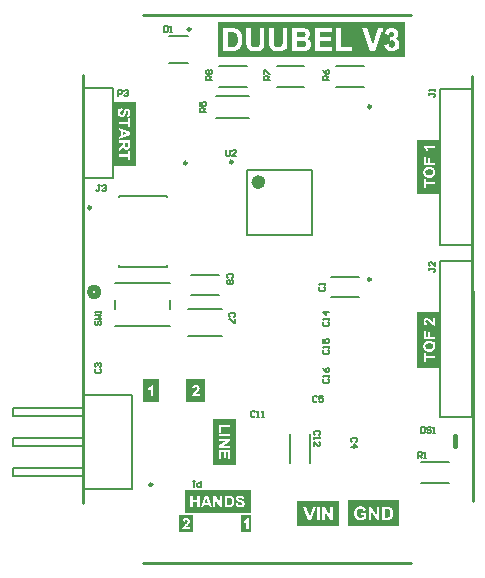
<source format=gto>
G04*
G04 #@! TF.GenerationSoftware,Altium Limited,Altium Designer,24.9.1 (31)*
G04*
G04 Layer_Color=65535*
%FSLAX44Y44*%
%MOMM*%
G71*
G04*
G04 #@! TF.SameCoordinates,573C6FB0-CD79-483D-94B5-B6DABAD4C9EF*
G04*
G04*
G04 #@! TF.FilePolarity,Positive*
G04*
G01*
G75*
%ADD10C,0.6000*%
%ADD11C,0.2500*%
%ADD12C,0.5080*%
%ADD13C,0.2000*%
%ADD14C,0.1524*%
%ADD15C,0.4000*%
%ADD16C,0.2540*%
%ADD17C,0.1520*%
G36*
X457227Y164452D02*
X413993D01*
Y186068D01*
X457227D01*
Y164452D01*
D02*
G37*
G36*
X406453Y164400D02*
X370856D01*
Y186017D01*
X406453D01*
Y164400D01*
D02*
G37*
G36*
X492760Y445770D02*
X472803D01*
Y491287D01*
X492760D01*
Y445770D01*
D02*
G37*
G36*
X331605Y175260D02*
X275590D01*
Y195217D01*
X331605D01*
Y175260D01*
D02*
G37*
G36*
X293309Y269240D02*
X276860D01*
Y288892D01*
X293309D01*
Y269240D01*
D02*
G37*
G36*
X254246D02*
X240030D01*
Y288892D01*
X254246D01*
Y269240D01*
D02*
G37*
G36*
X319317Y216410D02*
X299720D01*
Y255270D01*
X319317D01*
Y216410D01*
D02*
G37*
G36*
X234587Y469291D02*
X214630D01*
Y523240D01*
X234587D01*
Y469291D01*
D02*
G37*
G36*
X492760Y298450D02*
X472803D01*
Y345479D01*
X492760D01*
Y298450D01*
D02*
G37*
G36*
X462530Y561340D02*
X303530D01*
Y591023D01*
X462530D01*
Y561340D01*
D02*
G37*
G36*
X332268Y159044D02*
X323052D01*
Y173696D01*
X332268D01*
Y159044D01*
D02*
G37*
G36*
X282584D02*
X271136D01*
Y173696D01*
X282584D01*
Y159044D01*
D02*
G37*
%LPC*%
G36*
X424737Y181068D02*
X424543D01*
X423960Y181052D01*
X423443Y180988D01*
X423216Y180939D01*
X422990Y180891D01*
X422779Y180842D01*
X422601Y180793D01*
X422440Y180729D01*
X422278Y180680D01*
X422165Y180632D01*
X422051Y180599D01*
X421970Y180551D01*
X421906Y180535D01*
X421873Y180502D01*
X421857D01*
X421356Y180211D01*
X421145Y180033D01*
X420935Y179871D01*
X420741Y179693D01*
X420563Y179515D01*
X420401Y179337D01*
X420255Y179175D01*
X420142Y179014D01*
X420029Y178868D01*
X419932Y178739D01*
X419851Y178625D01*
X419802Y178528D01*
X419754Y178464D01*
X419738Y178415D01*
X419721Y178399D01*
X419592Y178140D01*
X419479Y177881D01*
X419301Y177347D01*
X419171Y176813D01*
X419090Y176344D01*
X419058Y176117D01*
X419026Y175923D01*
X419010Y175745D01*
Y175584D01*
X418993Y175470D01*
Y175292D01*
X419026Y174694D01*
X419090Y174144D01*
X419204Y173642D01*
X419252Y173399D01*
X419317Y173189D01*
X419382Y172995D01*
X419430Y172817D01*
X419495Y172671D01*
X419543Y172542D01*
X419576Y172445D01*
X419608Y172364D01*
X419641Y172315D01*
Y172299D01*
X419916Y171814D01*
X420223Y171393D01*
X420547Y171021D01*
X420870Y170730D01*
X421016Y170600D01*
X421161Y170487D01*
X421275Y170390D01*
X421388Y170325D01*
X421469Y170260D01*
X421550Y170212D01*
X421582Y170196D01*
X421598Y170180D01*
X421857Y170050D01*
X422100Y169937D01*
X422634Y169759D01*
X423152Y169629D01*
X423621Y169548D01*
X423847Y169516D01*
X424041Y169484D01*
X424219Y169468D01*
X424381D01*
X424495Y169452D01*
X424673D01*
X425190Y169468D01*
X425676Y169532D01*
X426145Y169613D01*
X426549Y169710D01*
X426727Y169759D01*
X426889Y169807D01*
X427035Y169856D01*
X427164Y169888D01*
X427261Y169921D01*
X427326Y169953D01*
X427374Y169969D01*
X427391D01*
X427876Y170163D01*
X428281Y170374D01*
X428637Y170584D01*
X428944Y170762D01*
X429170Y170924D01*
X429251Y170989D01*
X429332Y171053D01*
X429381Y171102D01*
X429429Y171134D01*
X429462Y171166D01*
Y175665D01*
X424592D01*
Y173771D01*
X427180D01*
Y172332D01*
X426986Y172186D01*
X426776Y172056D01*
X426566Y171943D01*
X426371Y171846D01*
X426209Y171765D01*
X426064Y171700D01*
X425983Y171668D01*
X425967Y171652D01*
X425951D01*
X425692Y171555D01*
X425433Y171490D01*
X425190Y171442D01*
X424980Y171409D01*
X424786Y171393D01*
X424656Y171377D01*
X424527D01*
X424268Y171393D01*
X424009Y171425D01*
X423783Y171474D01*
X423556Y171539D01*
X423152Y171700D01*
X422990Y171781D01*
X422828Y171878D01*
X422682Y171975D01*
X422553Y172056D01*
X422456Y172153D01*
X422359Y172218D01*
X422294Y172283D01*
X422245Y172332D01*
X422213Y172364D01*
X422197Y172380D01*
X422051Y172574D01*
X421906Y172801D01*
X421792Y173027D01*
X421695Y173270D01*
X421534Y173771D01*
X421437Y174257D01*
X421404Y174483D01*
X421372Y174710D01*
X421356Y174888D01*
X421339Y175066D01*
X421323Y175195D01*
Y175308D01*
Y175373D01*
Y175389D01*
X421339Y175729D01*
X421356Y176037D01*
X421404Y176344D01*
X421453Y176619D01*
X421517Y176862D01*
X421598Y177088D01*
X421679Y177299D01*
X421760Y177493D01*
X421825Y177655D01*
X421906Y177800D01*
X421987Y177913D01*
X422051Y178011D01*
X422100Y178092D01*
X422148Y178140D01*
X422165Y178172D01*
X422181Y178188D01*
X422359Y178350D01*
X422537Y178512D01*
X422731Y178625D01*
X422925Y178739D01*
X423119Y178836D01*
X423313Y178917D01*
X423685Y179030D01*
X423863Y179062D01*
X424025Y179095D01*
X424171Y179111D01*
X424300Y179127D01*
X424397Y179143D01*
X424543D01*
X424899Y179127D01*
X425206Y179062D01*
X425481Y178997D01*
X425724Y178901D01*
X425902Y178820D01*
X426048Y178739D01*
X426129Y178674D01*
X426161Y178658D01*
X426387Y178464D01*
X426582Y178253D01*
X426744Y178043D01*
X426857Y177833D01*
X426954Y177638D01*
X427019Y177493D01*
X427051Y177396D01*
X427067Y177380D01*
Y177363D01*
X429316Y177784D01*
X429251Y178059D01*
X429154Y178334D01*
X429057Y178577D01*
X428928Y178803D01*
X428815Y179030D01*
X428685Y179224D01*
X428556Y179402D01*
X428426Y179564D01*
X428297Y179709D01*
X428184Y179839D01*
X428086Y179952D01*
X427989Y180033D01*
X427908Y180098D01*
X427844Y180163D01*
X427811Y180179D01*
X427795Y180195D01*
X427569Y180357D01*
X427326Y180486D01*
X427067Y180599D01*
X426792Y180696D01*
X426258Y180858D01*
X425740Y180955D01*
X425498Y181004D01*
X425271Y181020D01*
X425061Y181036D01*
X424883Y181052D01*
X424737Y181068D01*
D02*
G37*
G36*
X440464Y180858D02*
X438377D01*
Y173318D01*
X433749Y180858D01*
X431565D01*
Y169662D01*
X433652D01*
Y177040D01*
X438199Y169662D01*
X440464D01*
Y180858D01*
D02*
G37*
G36*
X447324D02*
X442859D01*
Y169662D01*
X447098D01*
X447534Y169678D01*
X447939Y169694D01*
X448279Y169727D01*
X448554Y169775D01*
X448780Y169824D01*
X448958Y169856D01*
X449007Y169872D01*
X449055D01*
X449072Y169888D01*
X449088D01*
X449444Y170018D01*
X449767Y170163D01*
X450026Y170309D01*
X450253Y170455D01*
X450431Y170584D01*
X450560Y170681D01*
X450641Y170746D01*
X450673Y170778D01*
X450948Y171086D01*
X451191Y171409D01*
X451401Y171749D01*
X451563Y172056D01*
X451693Y172348D01*
X451757Y172461D01*
X451790Y172558D01*
X451822Y172655D01*
X451855Y172720D01*
X451871Y172752D01*
Y172768D01*
X451984Y173157D01*
X452081Y173561D01*
X452146Y173949D01*
X452178Y174322D01*
X452194Y174499D01*
X452211Y174661D01*
Y174791D01*
X452227Y174920D01*
Y175147D01*
X452211Y175713D01*
X452162Y176215D01*
X452146Y176457D01*
X452113Y176668D01*
X452081Y176878D01*
X452049Y177056D01*
X452000Y177218D01*
X451968Y177363D01*
X451935Y177493D01*
X451919Y177590D01*
X451887Y177671D01*
X451871Y177736D01*
X451855Y177768D01*
Y177784D01*
X451709Y178172D01*
X451531Y178528D01*
X451353Y178836D01*
X451175Y179095D01*
X451029Y179305D01*
X450900Y179467D01*
X450819Y179564D01*
X450803Y179596D01*
X450787D01*
X450512Y179855D01*
X450237Y180065D01*
X449945Y180243D01*
X449686Y180389D01*
X449460Y180502D01*
X449266Y180583D01*
X449201Y180599D01*
X449152Y180616D01*
X449120Y180632D01*
X449104D01*
X448797Y180713D01*
X448457Y180761D01*
X448101Y180810D01*
X447761Y180826D01*
X447454Y180842D01*
X447324Y180858D01*
D02*
G37*
%LPD*%
G36*
X446806Y178949D02*
X447001D01*
X447162Y178933D01*
X447308D01*
X447454Y178917D01*
X447567D01*
X447745Y178884D01*
X447874Y178868D01*
X447955Y178852D01*
X447971D01*
X448198Y178787D01*
X448392Y178706D01*
X448570Y178625D01*
X448732Y178528D01*
X448845Y178447D01*
X448942Y178383D01*
X448991Y178334D01*
X449007Y178318D01*
X449152Y178156D01*
X449282Y177978D01*
X449395Y177800D01*
X449492Y177638D01*
X449557Y177477D01*
X449605Y177347D01*
X449638Y177266D01*
X449654Y177250D01*
Y177234D01*
X449735Y176943D01*
X449800Y176635D01*
X449832Y176296D01*
X449864Y175972D01*
X449881Y175697D01*
X449897Y175567D01*
Y175454D01*
Y175373D01*
Y175308D01*
Y175260D01*
Y175244D01*
X449881Y174791D01*
X449864Y174370D01*
X449816Y174030D01*
X449784Y173739D01*
X449735Y173496D01*
X449719Y173399D01*
X449686Y173335D01*
X449670Y173270D01*
Y173221D01*
X449654Y173205D01*
Y173189D01*
X449557Y172930D01*
X449476Y172704D01*
X449363Y172526D01*
X449282Y172380D01*
X449201Y172267D01*
X449136Y172186D01*
X449088Y172137D01*
X449072Y172121D01*
X448926Y172008D01*
X448780Y171911D01*
X448635Y171830D01*
X448489Y171765D01*
X448360Y171717D01*
X448263Y171684D01*
X448198Y171652D01*
X448166D01*
X447988Y171619D01*
X447777Y171603D01*
X447551Y171571D01*
X447324D01*
X447114Y171555D01*
X445124D01*
Y178965D01*
X446596D01*
X446806Y178949D01*
D02*
G37*
%LPC*%
G36*
X401073Y180597D02*
X398985D01*
Y173057D01*
X394358Y180597D01*
X392174D01*
Y169400D01*
X394261D01*
Y176778D01*
X398807Y169400D01*
X401073D01*
Y180597D01*
D02*
G37*
G36*
X386673D02*
X384262D01*
X381527Y172313D01*
X378680Y180597D01*
X376237D01*
X380249Y169400D01*
X382692D01*
X386673Y180597D01*
D02*
G37*
G36*
X390006D02*
X387740D01*
Y169400D01*
X390006D01*
Y180597D01*
D02*
G37*
G36*
X487580Y486287D02*
X477927D01*
Y482071D01*
Y484789D01*
X478246Y484650D01*
X478537Y484470D01*
X478815Y484276D01*
X479037Y484082D01*
X479217Y483915D01*
X479356Y483763D01*
X479411Y483707D01*
X479453Y483666D01*
X479467Y483638D01*
X479481Y483624D01*
X479702Y483319D01*
X479897Y483028D01*
X480049Y482764D01*
X480160Y482529D01*
X480243Y482335D01*
X480313Y482196D01*
X480326Y482140D01*
X480340Y482099D01*
X480354Y482085D01*
Y482071D01*
X477927D01*
X482019D01*
X481824Y482570D01*
X481616Y483014D01*
X481505Y483222D01*
X481381Y483416D01*
X481270Y483596D01*
X481159Y483763D01*
X481048Y483915D01*
X480951Y484054D01*
X480867Y484165D01*
X480784Y484262D01*
X480715Y484345D01*
X480673Y484401D01*
X480645Y484429D01*
X480632Y484442D01*
X487580D01*
Y486287D01*
D02*
G37*
G36*
Y476662D02*
Y472016D01*
X483502D01*
Y476024D01*
X481880D01*
Y472016D01*
X479605D01*
Y476662D01*
X487580D01*
X477983D01*
Y470075D01*
X487580D01*
Y476662D01*
D02*
G37*
G36*
X482892Y468549D02*
X477803D01*
X482795D01*
X482365Y468535D01*
X481963Y468494D01*
X481589Y468438D01*
X481228Y468355D01*
X480909Y468258D01*
X480604Y468147D01*
X480326Y468036D01*
X480091Y467911D01*
X479869Y467786D01*
X479675Y467676D01*
X479508Y467565D01*
X479370Y467467D01*
X479272Y467398D01*
X479189Y467329D01*
X479148Y467287D01*
X479134Y467273D01*
X478898Y467024D01*
X478690Y466760D01*
X478510Y466483D01*
X478357Y466205D01*
X478232Y465914D01*
X478121Y465637D01*
X478038Y465359D01*
X477969Y465096D01*
X477913Y464846D01*
X477872Y464611D01*
X477844Y464403D01*
X477816Y464222D01*
Y464084D01*
X477803Y463973D01*
Y463876D01*
X477816Y463460D01*
X477858Y463057D01*
X477927Y462711D01*
X477997Y462406D01*
X478038Y462281D01*
X478066Y462156D01*
X478094Y462059D01*
X478135Y461976D01*
X478149Y461906D01*
X478177Y461851D01*
X478191Y461823D01*
Y461809D01*
X478302Y461560D01*
X478440Y461324D01*
X478593Y461116D01*
X478732Y460936D01*
X478857Y460783D01*
X478967Y460658D01*
X479037Y460589D01*
X479051Y460575D01*
X479064Y460561D01*
X479286Y460367D01*
X479522Y460187D01*
X479730Y460034D01*
X479938Y459909D01*
X480118Y459812D01*
X480257Y459729D01*
X480313Y459715D01*
X480354Y459687D01*
X480368Y459674D01*
X480382D01*
X480770Y459535D01*
X481186Y459424D01*
X481602Y459355D01*
X481991Y459299D01*
X482171Y459285D01*
X482337Y459271D01*
X482476Y459258D01*
X482601D01*
X482712Y459244D01*
X487760D01*
X482851D01*
X483267Y459258D01*
X483669Y459299D01*
X484043Y459355D01*
X484390Y459438D01*
X484709Y459535D01*
X485000Y459646D01*
X485278Y459757D01*
X485513Y459882D01*
X485735Y459992D01*
X485915Y460103D01*
X486082Y460214D01*
X486221Y460311D01*
X486318Y460395D01*
X486401Y460450D01*
X486442Y460492D01*
X486456Y460506D01*
X486692Y460755D01*
X486886Y461019D01*
X487067Y461282D01*
X487205Y461573D01*
X487330Y461851D01*
X487441Y462142D01*
X487524Y462406D01*
X487594Y462683D01*
X487649Y462933D01*
X487691Y463168D01*
X487718Y463376D01*
X487732Y463557D01*
X487746Y463695D01*
X487760Y463806D01*
Y464084D01*
Y463903D01*
X487746Y464292D01*
X487705Y464652D01*
X487635Y464999D01*
X487552Y465318D01*
X487455Y465623D01*
X487344Y465900D01*
X487233Y466150D01*
X487108Y466386D01*
X486983Y466580D01*
X486872Y466760D01*
X486762Y466913D01*
X486664Y467038D01*
X486581Y467149D01*
X486512Y467218D01*
X486470Y467259D01*
X486456Y467273D01*
X486193Y467495D01*
X485915Y467689D01*
X485624Y467870D01*
X485333Y468008D01*
X485028Y468133D01*
X484723Y468244D01*
X484418Y468327D01*
X484127Y468397D01*
X483863Y468438D01*
X483600Y468480D01*
X483378Y468508D01*
X483183Y468535D01*
X483017D01*
X482892Y468549D01*
D02*
G37*
G36*
X487580Y458384D02*
Y455555D01*
X479605D01*
Y458384D01*
X487580D01*
X477983D01*
Y450770D01*
X479605D01*
Y453613D01*
X487580D01*
Y450770D01*
Y458384D01*
D02*
G37*
%LPD*%
G36*
X483059Y466538D02*
X483350Y466525D01*
X483613Y466483D01*
X483849Y466441D01*
X484085Y466386D01*
X484293Y466316D01*
X484473Y466247D01*
X484640Y466178D01*
X484792Y466108D01*
X484917Y466039D01*
X485028Y465984D01*
X485125Y465914D01*
X485194Y465873D01*
X485236Y465831D01*
X485264Y465817D01*
X485278Y465803D01*
X485430Y465665D01*
X485555Y465512D01*
X485666Y465346D01*
X485763Y465193D01*
X485832Y465027D01*
X485902Y464874D01*
X485999Y464569D01*
X486068Y464305D01*
X486082Y464195D01*
X486096Y464098D01*
X486110Y464014D01*
Y463903D01*
X486096Y463695D01*
X486068Y463487D01*
X486026Y463293D01*
X485971Y463113D01*
X485846Y462780D01*
X485680Y462517D01*
X485610Y462392D01*
X485527Y462295D01*
X485458Y462198D01*
X485388Y462128D01*
X485347Y462073D01*
X485305Y462031D01*
X485278Y462003D01*
X485264Y461990D01*
X485097Y461865D01*
X484917Y461740D01*
X484723Y461643D01*
X484515Y461560D01*
X484113Y461421D01*
X483710Y461338D01*
X483516Y461310D01*
X483350Y461282D01*
X483183Y461268D01*
X483045Y461255D01*
X482934Y461241D01*
X482851D01*
X482795D01*
X482781D01*
X482476Y461255D01*
X482199Y461268D01*
X481935Y461310D01*
X481686Y461352D01*
X481464Y461407D01*
X481256Y461463D01*
X481075Y461532D01*
X480909Y461601D01*
X480756Y461671D01*
X480632Y461740D01*
X480535Y461795D01*
X480438Y461851D01*
X480368Y461892D01*
X480326Y461934D01*
X480299Y461948D01*
X480285Y461962D01*
X480132Y462100D01*
X480008Y462253D01*
X479897Y462419D01*
X479799Y462572D01*
X479716Y462738D01*
X479661Y462905D01*
X479550Y463210D01*
X479494Y463487D01*
X479481Y463598D01*
X479467Y463709D01*
X479453Y463792D01*
Y463903D01*
X479467Y464125D01*
X479494Y464333D01*
X479522Y464527D01*
X479578Y464708D01*
X479716Y465027D01*
X479786Y465179D01*
X479855Y465304D01*
X479938Y465429D01*
X480008Y465526D01*
X480077Y465609D01*
X480146Y465692D01*
X480202Y465748D01*
X480229Y465789D01*
X480257Y465803D01*
X480271Y465817D01*
X480438Y465942D01*
X480618Y466067D01*
X480798Y466164D01*
X481006Y466247D01*
X481422Y466372D01*
X481824Y466455D01*
X482005Y466497D01*
X482185Y466511D01*
X482337Y466525D01*
X482476Y466538D01*
X482601Y466552D01*
X482684D01*
X482740D01*
X482753D01*
X483059Y466538D01*
D02*
G37*
%LPC*%
G36*
X322819Y190217D02*
X322653D01*
X322251Y190204D01*
X321890Y190162D01*
X321571Y190107D01*
X321294Y190051D01*
X321169Y190009D01*
X321058Y189982D01*
X320975Y189954D01*
X320892Y189926D01*
X320836Y189898D01*
X320794Y189885D01*
X320767Y189871D01*
X320753D01*
X320476Y189732D01*
X320240Y189580D01*
X320032Y189413D01*
X319865Y189261D01*
X319727Y189122D01*
X319643Y189011D01*
X319574Y188928D01*
X319560Y188914D01*
Y188900D01*
X319422Y188664D01*
X319324Y188415D01*
X319255Y188179D01*
X319214Y187971D01*
X319186Y187791D01*
X319158Y187652D01*
Y187596D01*
Y187555D01*
Y187541D01*
Y187527D01*
X319172Y187319D01*
X319200Y187111D01*
X319241Y186931D01*
X319297Y186750D01*
X319435Y186418D01*
X319602Y186126D01*
X319671Y186001D01*
X319754Y185904D01*
X319824Y185807D01*
X319893Y185724D01*
X319949Y185669D01*
X319990Y185627D01*
X320018Y185599D01*
X320032Y185585D01*
X320157Y185488D01*
X320309Y185391D01*
X320462Y185294D01*
X320642Y185211D01*
X320989Y185045D01*
X321349Y184906D01*
X321530Y184850D01*
X321682Y184795D01*
X321835Y184753D01*
X321959Y184712D01*
X322057Y184684D01*
X322140Y184656D01*
X322195Y184642D01*
X322209D01*
X322431Y184587D01*
X322625Y184531D01*
X322805Y184490D01*
X322972Y184448D01*
X323111Y184407D01*
X323235Y184379D01*
X323346Y184337D01*
X323443Y184310D01*
X323527Y184296D01*
X323596Y184268D01*
X323693Y184240D01*
X323749Y184212D01*
X323762D01*
X323943Y184143D01*
X324081Y184074D01*
X324206Y184004D01*
X324303Y183935D01*
X324372Y183880D01*
X324414Y183838D01*
X324442Y183810D01*
X324456Y183796D01*
X324525Y183699D01*
X324581Y183602D01*
X324608Y183505D01*
X324636Y183422D01*
X324650Y183339D01*
X324664Y183269D01*
Y183228D01*
Y183214D01*
X324650Y183020D01*
X324594Y182853D01*
X324511Y182687D01*
X324428Y182548D01*
X324331Y182437D01*
X324262Y182354D01*
X324206Y182299D01*
X324178Y182285D01*
X323984Y182160D01*
X323762Y182063D01*
X323527Y181994D01*
X323305Y181952D01*
X323097Y181924D01*
X322930Y181896D01*
X322778D01*
X322459Y181910D01*
X322181Y181966D01*
X321946Y182035D01*
X321738Y182118D01*
X321571Y182202D01*
X321460Y182271D01*
X321391Y182326D01*
X321363Y182340D01*
X321183Y182534D01*
X321044Y182742D01*
X320919Y182978D01*
X320836Y183214D01*
X320767Y183422D01*
X320711Y183588D01*
X320697Y183644D01*
Y183699D01*
X320684Y183727D01*
Y183741D01*
X318797Y183561D01*
X318839Y183269D01*
X318895Y182992D01*
X318978Y182729D01*
X319047Y182493D01*
X319144Y182271D01*
X319241Y182063D01*
X319338Y181883D01*
X319435Y181716D01*
X319533Y181577D01*
X319629Y181453D01*
X319713Y181342D01*
X319796Y181245D01*
X319851Y181175D01*
X319907Y181134D01*
X319935Y181106D01*
X319949Y181092D01*
X320143Y180940D01*
X320351Y180815D01*
X320573Y180704D01*
X320808Y180607D01*
X321030Y180537D01*
X321266Y180468D01*
X321724Y180371D01*
X321932Y180329D01*
X322126Y180302D01*
X322292Y180288D01*
X322445Y180274D01*
X322570Y180260D01*
X322750D01*
X323194Y180274D01*
X323596Y180315D01*
X323956Y180371D01*
X324109Y180399D01*
X324262Y180440D01*
X324386Y180468D01*
X324497Y180496D01*
X324594Y180523D01*
X324678Y180551D01*
X324747Y180579D01*
X324789Y180593D01*
X324816Y180607D01*
X324830D01*
X325135Y180759D01*
X325385Y180926D01*
X325621Y181092D01*
X325801Y181272D01*
X325940Y181425D01*
X326051Y181564D01*
X326106Y181647D01*
X326134Y181661D01*
Y181675D01*
X326286Y181952D01*
X326411Y182215D01*
X326494Y182479D01*
X326550Y182729D01*
X326578Y182923D01*
X326591Y183020D01*
X326605Y183089D01*
Y183228D01*
X326591Y183561D01*
X326550Y183852D01*
X326480Y184115D01*
X326411Y184337D01*
X326342Y184518D01*
X326273Y184642D01*
X326231Y184726D01*
X326217Y184753D01*
X326064Y184975D01*
X325884Y185169D01*
X325704Y185336D01*
X325537Y185474D01*
X325385Y185585D01*
X325260Y185669D01*
X325177Y185724D01*
X325163Y185738D01*
X325149D01*
X325010Y185807D01*
X324872Y185877D01*
X324539Y186001D01*
X324192Y186112D01*
X323859Y186223D01*
X323707Y186265D01*
X323554Y186307D01*
X323416Y186348D01*
X323305Y186376D01*
X323208Y186404D01*
X323138Y186418D01*
X323083Y186431D01*
X323069D01*
X322819Y186501D01*
X322597Y186556D01*
X322389Y186612D01*
X322195Y186667D01*
X322043Y186723D01*
X321890Y186778D01*
X321765Y186834D01*
X321654Y186875D01*
X321557Y186917D01*
X321488Y186958D01*
X321419Y186986D01*
X321377Y187014D01*
X321308Y187055D01*
X321294Y187069D01*
X321197Y187167D01*
X321127Y187264D01*
X321086Y187361D01*
X321058Y187458D01*
X321030Y187527D01*
X321016Y187596D01*
Y187638D01*
Y187652D01*
X321030Y187791D01*
X321058Y187901D01*
X321114Y188012D01*
X321169Y188096D01*
X321224Y188165D01*
X321280Y188207D01*
X321308Y188234D01*
X321321Y188248D01*
X321516Y188373D01*
X321724Y188456D01*
X321946Y188526D01*
X322154Y188567D01*
X322334Y188595D01*
X322486Y188609D01*
X322625D01*
X322916Y188595D01*
X323166Y188553D01*
X323374Y188498D01*
X323540Y188442D01*
X323679Y188387D01*
X323776Y188331D01*
X323832Y188290D01*
X323845Y188276D01*
X323984Y188137D01*
X324109Y187971D01*
X324206Y187804D01*
X324276Y187624D01*
X324331Y187472D01*
X324359Y187347D01*
X324386Y187250D01*
Y187236D01*
Y187222D01*
X326328Y187291D01*
X326314Y187541D01*
X326273Y187763D01*
X326217Y187985D01*
X326148Y188179D01*
X326078Y188373D01*
X325995Y188553D01*
X325912Y188706D01*
X325829Y188858D01*
X325732Y188983D01*
X325648Y189094D01*
X325565Y189191D01*
X325496Y189274D01*
X325440Y189330D01*
X325399Y189371D01*
X325371Y189399D01*
X325357Y189413D01*
X325177Y189552D01*
X324983Y189677D01*
X324775Y189788D01*
X324553Y189885D01*
X324331Y189954D01*
X324109Y190023D01*
X323665Y190120D01*
X323457Y190148D01*
X323277Y190176D01*
X323097Y190190D01*
X322944Y190204D01*
X322819Y190217D01*
D02*
G37*
G36*
X288259Y190037D02*
X286318D01*
Y186265D01*
X282532D01*
Y190037D01*
X280590D01*
Y180440D01*
X282532D01*
Y184642D01*
X286318D01*
Y180440D01*
X288259D01*
Y190037D01*
D02*
G37*
G36*
X307578D02*
X305789D01*
Y183575D01*
X301822Y190037D01*
X299950D01*
Y180440D01*
X301739D01*
Y186764D01*
X305636Y180440D01*
X307578D01*
Y190037D01*
D02*
G37*
G36*
X313458D02*
X309630D01*
Y180440D01*
X313264D01*
X313638Y180454D01*
X313985Y180468D01*
X314276Y180496D01*
X314512Y180537D01*
X314706Y180579D01*
X314859Y180607D01*
X314900Y180621D01*
X314942D01*
X314956Y180634D01*
X314970D01*
X315275Y180745D01*
X315552Y180870D01*
X315774Y180995D01*
X315968Y181120D01*
X316121Y181231D01*
X316232Y181314D01*
X316301Y181369D01*
X316329Y181397D01*
X316565Y181661D01*
X316773Y181938D01*
X316953Y182229D01*
X317092Y182493D01*
X317203Y182742D01*
X317258Y182840D01*
X317286Y182923D01*
X317313Y183006D01*
X317341Y183061D01*
X317355Y183089D01*
Y183103D01*
X317452Y183436D01*
X317535Y183783D01*
X317591Y184115D01*
X317619Y184434D01*
X317633Y184587D01*
X317646Y184726D01*
Y184837D01*
X317660Y184947D01*
Y185142D01*
X317646Y185627D01*
X317605Y186057D01*
X317591Y186265D01*
X317563Y186445D01*
X317535Y186626D01*
X317508Y186778D01*
X317466Y186917D01*
X317438Y187042D01*
X317411Y187153D01*
X317397Y187236D01*
X317369Y187305D01*
X317355Y187361D01*
X317341Y187388D01*
Y187402D01*
X317216Y187735D01*
X317064Y188040D01*
X316911Y188304D01*
X316759Y188526D01*
X316634Y188706D01*
X316523Y188845D01*
X316454Y188928D01*
X316440Y188955D01*
X316426D01*
X316190Y189177D01*
X315954Y189358D01*
X315705Y189510D01*
X315483Y189635D01*
X315289Y189732D01*
X315122Y189801D01*
X315067Y189815D01*
X315025Y189829D01*
X314998Y189843D01*
X314984D01*
X314720Y189912D01*
X314429Y189954D01*
X314124Y189996D01*
X313832Y190009D01*
X313569Y190023D01*
X313458Y190037D01*
D02*
G37*
G36*
X295055D02*
X293002D01*
X289286Y180440D01*
X291338D01*
X292129Y182618D01*
X295984D01*
X296816Y180440D01*
X298910D01*
X295055Y190037D01*
D02*
G37*
%LPD*%
G36*
X313014Y188401D02*
X313181D01*
X313319Y188387D01*
X313444D01*
X313569Y188373D01*
X313666D01*
X313819Y188345D01*
X313930Y188331D01*
X313999Y188318D01*
X314013D01*
X314207Y188262D01*
X314373Y188193D01*
X314526Y188123D01*
X314665Y188040D01*
X314762Y187971D01*
X314845Y187915D01*
X314886Y187874D01*
X314900Y187860D01*
X315025Y187721D01*
X315136Y187569D01*
X315233Y187416D01*
X315317Y187277D01*
X315372Y187139D01*
X315413Y187028D01*
X315441Y186958D01*
X315455Y186945D01*
Y186931D01*
X315525Y186681D01*
X315580Y186418D01*
X315608Y186126D01*
X315635Y185849D01*
X315649Y185613D01*
X315663Y185502D01*
Y185405D01*
Y185336D01*
Y185280D01*
Y185239D01*
Y185225D01*
X315649Y184837D01*
X315635Y184476D01*
X315594Y184185D01*
X315566Y183935D01*
X315525Y183727D01*
X315511Y183644D01*
X315483Y183588D01*
X315469Y183533D01*
Y183491D01*
X315455Y183477D01*
Y183464D01*
X315372Y183242D01*
X315303Y183048D01*
X315205Y182895D01*
X315136Y182770D01*
X315067Y182673D01*
X315011Y182604D01*
X314970Y182562D01*
X314956Y182548D01*
X314831Y182451D01*
X314706Y182368D01*
X314581Y182299D01*
X314457Y182243D01*
X314346Y182202D01*
X314263Y182174D01*
X314207Y182146D01*
X314179D01*
X314027Y182118D01*
X313846Y182104D01*
X313652Y182077D01*
X313458D01*
X313278Y182063D01*
X311572D01*
Y188415D01*
X312834D01*
X313014Y188401D01*
D02*
G37*
G36*
X295360Y184240D02*
X292711D01*
X294015Y187804D01*
X295360Y184240D01*
D02*
G37*
%LPC*%
G36*
X288309Y283892D02*
X285258D01*
X285022Y283878D01*
X284800Y283865D01*
X284370Y283795D01*
X284010Y283684D01*
X283843Y283629D01*
X283691Y283560D01*
X283552Y283504D01*
X283441Y283435D01*
X283330Y283379D01*
X283247Y283338D01*
X283178Y283282D01*
X283136Y283255D01*
X283108Y283241D01*
X283094Y283227D01*
X282942Y283088D01*
X282803Y282949D01*
X282678Y282783D01*
X282567Y282603D01*
X282401Y282242D01*
X282262Y281895D01*
X282221Y281715D01*
X282179Y281562D01*
X282137Y281424D01*
X282124Y281299D01*
X282096Y281188D01*
Y281119D01*
X282082Y281063D01*
Y281049D01*
X283913Y280869D01*
X283940Y281147D01*
X283996Y281382D01*
X284051Y281590D01*
X284121Y281743D01*
X284176Y281868D01*
X284231Y281951D01*
X284273Y282006D01*
X284287Y282020D01*
X284426Y282131D01*
X284578Y282214D01*
X284731Y282284D01*
X284883Y282325D01*
X285008Y282353D01*
X285119Y282367D01*
X285216D01*
X285424Y282353D01*
X285604Y282311D01*
X285757Y282256D01*
X285896Y282201D01*
X285993Y282145D01*
X286076Y282090D01*
X286118Y282048D01*
X286131Y282034D01*
X286242Y281895D01*
X286326Y281743D01*
X286381Y281590D01*
X286423Y281438D01*
X286450Y281299D01*
X286464Y281174D01*
Y281105D01*
Y281091D01*
Y281077D01*
X286450Y280869D01*
X286409Y280675D01*
X286339Y280481D01*
X286270Y280314D01*
X286201Y280162D01*
X286131Y280051D01*
X286090Y279981D01*
X286076Y279954D01*
X286021Y279871D01*
X285937Y279774D01*
X285826Y279649D01*
X285715Y279538D01*
X285466Y279274D01*
X285216Y279011D01*
X284967Y278761D01*
X284856Y278650D01*
X284745Y278567D01*
X284661Y278484D01*
X284606Y278428D01*
X284564Y278387D01*
X284550Y278373D01*
X284273Y278109D01*
X284023Y277860D01*
X283788Y277624D01*
X283580Y277416D01*
X283386Y277208D01*
X283219Y277014D01*
X283067Y276847D01*
X282942Y276681D01*
X282831Y276542D01*
X282734Y276417D01*
X282651Y276320D01*
X282595Y276223D01*
X282540Y276168D01*
X282512Y276112D01*
X282484Y276084D01*
Y276071D01*
X282304Y275752D01*
X282165Y275419D01*
X282054Y275114D01*
X281971Y274836D01*
X281915Y274587D01*
X281902Y274490D01*
X281888Y274406D01*
X281874Y274337D01*
X281860Y274282D01*
Y274240D01*
X288309D01*
Y276084D01*
Y275946D01*
X284648D01*
X284758Y276126D01*
X284883Y276279D01*
X284939Y276348D01*
X284980Y276404D01*
X285008Y276431D01*
X285022Y276445D01*
X285077Y276500D01*
X285133Y276570D01*
X285299Y276722D01*
X285480Y276903D01*
X285660Y277083D01*
X285840Y277249D01*
X285993Y277388D01*
X286048Y277444D01*
X286090Y277485D01*
X286118Y277499D01*
X286131Y277513D01*
X286437Y277804D01*
X286686Y278040D01*
X286894Y278262D01*
X287061Y278428D01*
X287185Y278567D01*
X287269Y278664D01*
X287324Y278733D01*
X287338Y278747D01*
X287518Y278983D01*
X287671Y279205D01*
X287796Y279413D01*
X287893Y279593D01*
X287976Y279746D01*
X288031Y279871D01*
X288059Y279940D01*
X288073Y279968D01*
X288156Y280189D01*
X288212Y280411D01*
X288253Y280620D01*
X288281Y280814D01*
X288295Y280966D01*
X288309Y281091D01*
Y281202D01*
X288295Y281410D01*
X288267Y281618D01*
X288239Y281812D01*
X288184Y281992D01*
X288045Y282311D01*
X287907Y282589D01*
X287823Y282714D01*
X287754Y282811D01*
X287685Y282908D01*
X287615Y282977D01*
X287560Y283033D01*
X287532Y283088D01*
X287504Y283102D01*
X287491Y283116D01*
X287338Y283255D01*
X287158Y283379D01*
X286991Y283476D01*
X286797Y283560D01*
X286437Y283698D01*
X286076Y283795D01*
X285910Y283823D01*
X285757Y283851D01*
X285618Y283865D01*
X285494Y283878D01*
X285396Y283892D01*
X288309D01*
D02*
G37*
G36*
X249246D02*
X245030D01*
D01*
X247748D01*
X247610Y283573D01*
X247429Y283282D01*
X247235Y283005D01*
X247041Y282783D01*
X246875Y282603D01*
X246722Y282464D01*
X246667Y282409D01*
X246625Y282367D01*
X246597Y282353D01*
X246583Y282339D01*
X246278Y282117D01*
X245987Y281923D01*
X245723Y281770D01*
X245488Y281660D01*
X245294Y281576D01*
X245155Y281507D01*
X245099Y281493D01*
X245058Y281479D01*
X245044Y281465D01*
X245030D01*
Y279801D01*
X245529Y279995D01*
X245973Y280203D01*
X246181Y280314D01*
X246375Y280439D01*
X246556Y280550D01*
X246722Y280661D01*
X246875Y280772D01*
X247013Y280869D01*
X247124Y280952D01*
X247221Y281035D01*
X247304Y281105D01*
X247360Y281147D01*
X247388Y281174D01*
X247402Y281188D01*
Y274240D01*
X249246D01*
Y283892D01*
D02*
G37*
G36*
X314248Y250270D02*
X304720D01*
Y243502D01*
X306343D01*
Y248328D01*
X314248D01*
Y250270D01*
D02*
G37*
G36*
X314317Y242185D02*
X304720D01*
Y240243D01*
X314317D01*
Y242185D01*
D02*
G37*
G36*
Y238385D02*
X304720D01*
Y236596D01*
X311044D01*
X304720Y232699D01*
Y230757D01*
X314317D01*
Y238385D01*
D02*
G37*
G36*
Y228705D02*
X304720D01*
Y221410D01*
X306343D01*
Y226763D01*
X308950D01*
Y221951D01*
X310572D01*
Y226763D01*
X312694D01*
Y221590D01*
X314317D01*
Y221410D01*
D01*
Y228705D01*
D02*
G37*
%LPD*%
G36*
Y232546D02*
X307854D01*
X314317Y236513D01*
Y232546D01*
D02*
G37*
%LPC*%
G36*
X229587Y518240D02*
X219630D01*
Y510432D01*
D01*
Y514287D01*
X219644Y513844D01*
X219685Y513442D01*
X219741Y513081D01*
X219769Y512928D01*
X219810Y512776D01*
X219838Y512651D01*
X219866Y512540D01*
X219893Y512443D01*
X219921Y512360D01*
X219949Y512290D01*
X219963Y512249D01*
X219977Y512221D01*
Y512207D01*
X220129Y511902D01*
X220296Y511652D01*
X220462Y511417D01*
X220642Y511236D01*
X220795Y511098D01*
X220934Y510987D01*
X221017Y510931D01*
X221031Y510904D01*
X221045D01*
X221322Y510751D01*
X221585Y510626D01*
X221849Y510543D01*
X222099Y510488D01*
X222293Y510460D01*
X222390Y510446D01*
X222459Y510432D01*
X219630D01*
X229587D01*
X222598D01*
X222931Y510446D01*
X223222Y510488D01*
X223485Y510557D01*
X223707Y510626D01*
X223888Y510696D01*
X224012Y510765D01*
X224096Y510807D01*
X224123Y510820D01*
X224345Y510973D01*
X224539Y511153D01*
X224706Y511334D01*
X224844Y511500D01*
X224956Y511652D01*
X225039Y511777D01*
X225094Y511861D01*
X225108Y511874D01*
Y511888D01*
X225177Y512027D01*
X225247Y512166D01*
X225371Y512499D01*
X225483Y512845D01*
X225593Y513178D01*
X225635Y513331D01*
X225677Y513483D01*
X225718Y513622D01*
X225746Y513733D01*
X225774Y513830D01*
X225788Y513899D01*
X225801Y513955D01*
Y513969D01*
X225871Y514218D01*
X225926Y514440D01*
X225982Y514648D01*
X226037Y514842D01*
X226093Y514995D01*
X226148Y515147D01*
X226204Y515272D01*
X226245Y515383D01*
X226287Y515480D01*
X226328Y515550D01*
X226356Y515619D01*
X226384Y515661D01*
X226425Y515730D01*
X226439Y515744D01*
X226537Y515841D01*
X226633Y515910D01*
X226731Y515952D01*
X226828Y515979D01*
X226897Y516007D01*
X226966Y516021D01*
X227008D01*
X227022D01*
X227160Y516007D01*
X227271Y515979D01*
X227382Y515924D01*
X227466Y515868D01*
X227535Y515813D01*
X227577Y515758D01*
X227604Y515730D01*
X227618Y515716D01*
X227743Y515522D01*
X227826Y515314D01*
X227896Y515092D01*
X227937Y514884D01*
X227965Y514704D01*
X227979Y514551D01*
Y514412D01*
X227965Y514121D01*
X227923Y513871D01*
X227868Y513663D01*
X227812Y513497D01*
X227757Y513358D01*
X227701Y513261D01*
X227660Y513206D01*
X227646Y513192D01*
X227507Y513053D01*
X227341Y512928D01*
X227174Y512831D01*
X226994Y512762D01*
X226842Y512706D01*
X226717Y512679D01*
X226620Y512651D01*
X226606D01*
X226592D01*
X226661Y510709D01*
X226911Y510723D01*
X227133Y510765D01*
X227355Y510820D01*
X227549Y510890D01*
X227743Y510959D01*
X227923Y511042D01*
X228076Y511125D01*
X228228Y511209D01*
X228353Y511306D01*
X228464Y511389D01*
X228561Y511472D01*
X228644Y511542D01*
X228700Y511597D01*
X228741Y511639D01*
X228769Y511666D01*
X228783Y511680D01*
X228922Y511861D01*
X229047Y512055D01*
X229158Y512263D01*
X229255Y512485D01*
X229324Y512706D01*
X229393Y512928D01*
X229490Y513372D01*
X229518Y513580D01*
X229546Y513760D01*
X229560Y513941D01*
X229574Y514093D01*
X229587Y514218D01*
Y514385D01*
X229574Y514787D01*
X229532Y515147D01*
X229477Y515466D01*
X229421Y515744D01*
X229380Y515868D01*
X229352Y515979D01*
X229324Y516063D01*
X229296Y516146D01*
X229268Y516201D01*
X229255Y516243D01*
X229241Y516271D01*
Y516285D01*
X229102Y516562D01*
X228950Y516798D01*
X228783Y517006D01*
X228631Y517172D01*
X228492Y517311D01*
X228381Y517394D01*
X228298Y517463D01*
X228284Y517477D01*
X228270D01*
X228034Y517616D01*
X227785Y517713D01*
X227549Y517782D01*
X227341Y517824D01*
X227160Y517852D01*
X227022Y517879D01*
X226966D01*
X226925D01*
X226911D01*
X226897D01*
X226689Y517866D01*
X226481Y517838D01*
X226301Y517796D01*
X226120Y517741D01*
X225788Y517602D01*
X225496Y517436D01*
X225371Y517366D01*
X225274Y517283D01*
X225177Y517214D01*
X225094Y517144D01*
X225039Y517089D01*
X224997Y517047D01*
X224969Y517020D01*
X224956Y517006D01*
X224858Y516881D01*
X224761Y516728D01*
X224664Y516576D01*
X224581Y516395D01*
X224415Y516049D01*
X224276Y515688D01*
X224220Y515508D01*
X224165Y515355D01*
X224123Y515203D01*
X224082Y515078D01*
X224054Y514981D01*
X224026Y514898D01*
X224012Y514842D01*
Y514828D01*
X223957Y514607D01*
X223902Y514412D01*
X223860Y514232D01*
X223818Y514066D01*
X223777Y513927D01*
X223749Y513802D01*
X223707Y513691D01*
X223680Y513594D01*
X223666Y513511D01*
X223638Y513442D01*
X223610Y513344D01*
X223582Y513289D01*
Y513275D01*
X223513Y513095D01*
X223444Y512956D01*
X223375Y512831D01*
X223305Y512734D01*
X223250Y512665D01*
X223208Y512623D01*
X223180Y512596D01*
X223166Y512582D01*
X223069Y512512D01*
X222972Y512457D01*
X222875Y512429D01*
X222792Y512401D01*
X222709Y512388D01*
X222639Y512374D01*
X222598D01*
X222584D01*
X222390Y512388D01*
X222223Y512443D01*
X222057Y512526D01*
X221918Y512609D01*
X221807Y512706D01*
X221724Y512776D01*
X221669Y512831D01*
X221655Y512859D01*
X221530Y513053D01*
X221433Y513275D01*
X221364Y513511D01*
X221322Y513733D01*
X221294Y513941D01*
X221266Y514107D01*
Y514260D01*
X221280Y514579D01*
X221336Y514856D01*
X221405Y515092D01*
X221488Y515300D01*
X221572Y515466D01*
X221641Y515577D01*
X221696Y515647D01*
X221710Y515674D01*
X221904Y515855D01*
X222112Y515993D01*
X222348Y516118D01*
X222584Y516201D01*
X222792Y516271D01*
X222958Y516326D01*
X223014Y516340D01*
X223069D01*
X223097Y516354D01*
X223111D01*
X222931Y518240D01*
X222639Y518198D01*
X222362Y518143D01*
X222099Y518060D01*
X221863Y517990D01*
X221641Y517893D01*
X221433Y517796D01*
X221253Y517699D01*
X221086Y517602D01*
X220947Y517505D01*
X220823Y517408D01*
X220712Y517325D01*
X220615Y517242D01*
X220545Y517186D01*
X220504Y517131D01*
X220476Y517103D01*
X220462Y517089D01*
X220310Y516895D01*
X220185Y516687D01*
X220074Y516465D01*
X219977Y516229D01*
X219907Y516007D01*
X219838Y515771D01*
X219741Y515314D01*
X219699Y515106D01*
X219672Y514912D01*
X219658Y514745D01*
X219644Y514593D01*
X219630Y514468D01*
Y518240D01*
X229587D01*
D02*
G37*
G36*
X229407Y509461D02*
X227785D01*
Y506618D01*
X219810D01*
Y509461D01*
D01*
Y501848D01*
D01*
Y504677D01*
X227785D01*
Y501848D01*
X219810D01*
X229407D01*
Y509461D01*
D02*
G37*
G36*
Y501570D02*
X219810D01*
Y491945D01*
D01*
X229407Y495801D01*
Y497854D01*
X219810Y501570D01*
X229407D01*
D02*
G37*
G36*
Y490905D02*
X219810D01*
Y482279D01*
D01*
X221682Y483458D01*
X221877Y483583D01*
X222071Y483708D01*
X222237Y483819D01*
X222390Y483930D01*
X222528Y484027D01*
X222667Y484110D01*
X222875Y484276D01*
X223042Y484401D01*
X223153Y484484D01*
X223222Y484554D01*
X223236Y484567D01*
X223402Y484720D01*
X223555Y484900D01*
X223680Y485067D01*
X223804Y485233D01*
X223902Y485372D01*
X223971Y485483D01*
X224026Y485566D01*
X224040Y485580D01*
Y485594D01*
X224082Y485358D01*
X224137Y485150D01*
X224193Y484956D01*
X224262Y484762D01*
X224331Y484595D01*
X224401Y484443D01*
X224470Y484290D01*
X224553Y484165D01*
X224623Y484054D01*
X224692Y483957D01*
X224761Y483874D01*
X224817Y483819D01*
X224858Y483763D01*
X224900Y483722D01*
X224914Y483708D01*
X224928Y483694D01*
X225066Y483583D01*
X225205Y483486D01*
X225510Y483319D01*
X225801Y483208D01*
X226093Y483139D01*
X226342Y483084D01*
X226439Y483070D01*
X226537D01*
X226606Y483056D01*
X226675D01*
X226703D01*
X226717D01*
X227022Y483070D01*
X227313Y483125D01*
X227563Y483195D01*
X227785Y483264D01*
X227965Y483347D01*
X228104Y483416D01*
X228145Y483444D01*
X228187Y483472D01*
X228201Y483486D01*
X228214D01*
X228450Y483652D01*
X228644Y483833D01*
X228797Y484013D01*
X228936Y484193D01*
X229019Y484360D01*
X229088Y484484D01*
X229130Y484567D01*
X229144Y484581D01*
Y484595D01*
X229185Y484734D01*
X229227Y484887D01*
X229296Y485233D01*
X229338Y485608D01*
X229380Y485968D01*
Y486148D01*
X229393Y486301D01*
Y486454D01*
X229407Y486578D01*
Y490905D01*
D02*
G37*
G36*
Y481905D02*
X227785D01*
Y479062D01*
X219810D01*
Y481905D01*
D01*
Y474291D01*
D01*
Y477120D01*
X227785D01*
Y474291D01*
X219810D01*
X229407D01*
Y481905D01*
D02*
G37*
%LPD*%
G36*
X227174Y496841D02*
X223610Y495496D01*
Y498145D01*
X227174Y496841D01*
D02*
G37*
G36*
X221988Y498727D02*
Y494872D01*
X219810Y494040D01*
Y499518D01*
X221988Y498727D01*
D02*
G37*
G36*
X227785Y486745D02*
X227771Y486620D01*
Y486315D01*
X227757Y486190D01*
Y486107D01*
X227743Y486065D01*
Y486051D01*
X227701Y485885D01*
X227646Y485732D01*
X227591Y485608D01*
X227521Y485511D01*
X227452Y485427D01*
X227410Y485358D01*
X227369Y485330D01*
X227355Y485316D01*
X227244Y485233D01*
X227105Y485164D01*
X226980Y485122D01*
X226855Y485081D01*
X226744Y485067D01*
X226661Y485053D01*
X226606D01*
X226578D01*
X226425Y485067D01*
X226287Y485081D01*
X226162Y485122D01*
X226051Y485150D01*
X225968Y485192D01*
X225912Y485233D01*
X225871Y485247D01*
X225857Y485261D01*
X225760Y485344D01*
X225677Y485427D01*
X225552Y485608D01*
X225510Y485677D01*
X225483Y485746D01*
X225455Y485788D01*
Y485802D01*
X225441Y485871D01*
X225413Y485982D01*
X225399Y486093D01*
X225385Y486218D01*
X225371Y486509D01*
X225358Y486800D01*
X225344Y487078D01*
Y488964D01*
X227785D01*
Y486745D01*
D02*
G37*
G36*
X223818Y488340D02*
X223804Y488146D01*
X223790Y487979D01*
X223763Y487840D01*
X223749Y487729D01*
X223721Y487660D01*
X223707Y487619D01*
Y487605D01*
X223652Y487494D01*
X223596Y487383D01*
X223527Y487286D01*
X223472Y487189D01*
X223402Y487119D01*
X223347Y487064D01*
X223319Y487036D01*
X223305Y487022D01*
X223236Y486967D01*
X223166Y486897D01*
X222958Y486745D01*
X222736Y486578D01*
X222487Y486398D01*
X222265Y486246D01*
X222154Y486176D01*
X222071Y486121D01*
X222001Y486065D01*
X221946Y486024D01*
X221904Y486010D01*
X221891Y485996D01*
X219810Y484609D01*
Y488964D01*
X223818D01*
Y488340D01*
D02*
G37*
%LPC*%
G36*
X487580Y340479D02*
X480618D01*
X480410Y340465D01*
X480202Y340437D01*
X480008Y340409D01*
X479827Y340354D01*
X479508Y340215D01*
X479231Y340076D01*
X479106Y339993D01*
X479009Y339924D01*
X478912Y339855D01*
X478843Y339785D01*
X478787Y339730D01*
X478732Y339702D01*
X478718Y339674D01*
X478704Y339660D01*
X478565Y339508D01*
X478440Y339328D01*
X478343Y339161D01*
X478260Y338967D01*
X478121Y338606D01*
X478024Y338246D01*
X477997Y338079D01*
X477969Y337927D01*
X477955Y337788D01*
X477941Y337663D01*
X477927Y337566D01*
Y334030D01*
Y337428D01*
X477941Y337192D01*
X477955Y336970D01*
X478024Y336540D01*
X478135Y336179D01*
X478191Y336013D01*
X478260Y335860D01*
X478316Y335722D01*
X478385Y335611D01*
X478440Y335500D01*
X478482Y335417D01*
X478537Y335347D01*
X478565Y335306D01*
X478579Y335278D01*
X478593Y335264D01*
X478732Y335112D01*
X478870Y334973D01*
X479037Y334848D01*
X479217Y334737D01*
X479578Y334571D01*
X479924Y334432D01*
X480105Y334390D01*
X480257Y334349D01*
X480396Y334307D01*
X480521Y334293D01*
X480632Y334266D01*
X480701D01*
X480756Y334252D01*
X480770D01*
X480951Y336082D01*
X480673Y336110D01*
X480438Y336166D01*
X480229Y336221D01*
X480077Y336290D01*
X479952Y336346D01*
X479869Y336401D01*
X479813Y336443D01*
X479799Y336457D01*
X479689Y336595D01*
X479605Y336748D01*
X479536Y336901D01*
X479494Y337053D01*
X479467Y337178D01*
X479453Y337289D01*
Y337386D01*
X479467Y337594D01*
X479508Y337774D01*
X479564Y337927D01*
X479619Y338065D01*
X479675Y338163D01*
X479730Y338246D01*
X479772Y338287D01*
X479786Y338301D01*
X479924Y338412D01*
X480077Y338495D01*
X480229Y338551D01*
X480382Y338592D01*
X480521Y338620D01*
X480645Y338634D01*
X480715D01*
X480729D01*
X480743D01*
X480951Y338620D01*
X481145Y338579D01*
X481339Y338509D01*
X481505Y338440D01*
X481658Y338371D01*
X481769Y338301D01*
X481838Y338260D01*
X481866Y338246D01*
X481949Y338190D01*
X482046Y338107D01*
X482171Y337996D01*
X482282Y337885D01*
X482546Y337636D01*
X482809Y337386D01*
X483059Y337136D01*
X483170Y337025D01*
X483253Y336914D01*
X483336Y336831D01*
X483391Y336776D01*
X483433Y336734D01*
X483447Y336720D01*
X483710Y336443D01*
X483960Y336193D01*
X484196Y335957D01*
X484404Y335750D01*
X484612Y335555D01*
X484806Y335389D01*
X484972Y335236D01*
X485139Y335112D01*
X485278Y335001D01*
X485402Y334903D01*
X485499Y334820D01*
X485597Y334765D01*
X485652Y334709D01*
X485708Y334682D01*
X485735Y334654D01*
X485749D01*
X486068Y334474D01*
X486401Y334335D01*
X486706Y334224D01*
X486983Y334141D01*
X487233Y334085D01*
X487330Y334071D01*
X487413Y334058D01*
X487483Y334044D01*
X487538Y334030D01*
X487580D01*
Y340479D01*
D02*
G37*
G36*
Y329342D02*
D01*
Y324696D01*
X483502D01*
Y328704D01*
X481880D01*
Y324696D01*
X479605D01*
Y329342D01*
X487580D01*
X477983D01*
Y322755D01*
X487580D01*
Y329342D01*
D02*
G37*
G36*
X487760Y321229D02*
D01*
Y316583D01*
X487746Y316972D01*
X487705Y317332D01*
X487635Y317679D01*
X487552Y317998D01*
X487455Y318303D01*
X487344Y318580D01*
X487233Y318830D01*
X487108Y319066D01*
X486983Y319260D01*
X486872Y319440D01*
X486762Y319593D01*
X486664Y319718D01*
X486581Y319829D01*
X486512Y319898D01*
X486470Y319939D01*
X486456Y319953D01*
X486193Y320175D01*
X485915Y320369D01*
X485624Y320550D01*
X485333Y320688D01*
X485028Y320813D01*
X484723Y320924D01*
X484418Y321007D01*
X484127Y321077D01*
X483863Y321118D01*
X483600Y321160D01*
X483378Y321188D01*
X483183Y321215D01*
X483017D01*
X482892Y321229D01*
X482795D01*
X482365Y321215D01*
X481963Y321174D01*
X481589Y321118D01*
X481228Y321035D01*
X480909Y320938D01*
X480604Y320827D01*
X480326Y320716D01*
X480091Y320591D01*
X479869Y320466D01*
X479675Y320356D01*
X479508Y320245D01*
X479370Y320148D01*
X479272Y320078D01*
X479189Y320009D01*
X479148Y319967D01*
X479134Y319953D01*
X478898Y319704D01*
X478690Y319440D01*
X478510Y319163D01*
X478357Y318885D01*
X478232Y318594D01*
X478121Y318317D01*
X478038Y318039D01*
X477969Y317776D01*
X477913Y317526D01*
X477872Y317291D01*
X477844Y317083D01*
X477816Y316902D01*
Y316764D01*
X477803Y316653D01*
Y316556D01*
X477816Y316140D01*
X477858Y315737D01*
X477927Y315391D01*
X477997Y315086D01*
X478038Y314961D01*
X478066Y314836D01*
X478094Y314739D01*
X478135Y314656D01*
X478149Y314586D01*
X478177Y314531D01*
X478191Y314503D01*
Y314489D01*
X478302Y314240D01*
X478440Y314004D01*
X478593Y313796D01*
X478732Y313615D01*
X478857Y313463D01*
X478967Y313338D01*
X479037Y313269D01*
X479051Y313255D01*
X479064Y313241D01*
X479286Y313047D01*
X479522Y312867D01*
X479730Y312714D01*
X479938Y312589D01*
X480118Y312492D01*
X480257Y312409D01*
X480313Y312395D01*
X480354Y312367D01*
X480368Y312353D01*
X480382D01*
X480770Y312215D01*
X481186Y312104D01*
X481602Y312034D01*
X481991Y311979D01*
X482171Y311965D01*
X482337Y311951D01*
X482476Y311938D01*
X482601D01*
X482712Y311924D01*
X477803D01*
X487760D01*
Y321229D01*
D02*
G37*
G36*
X487580Y311064D02*
Y308235D01*
X479605D01*
Y311064D01*
X487580D01*
X477983D01*
Y303450D01*
X479605D01*
Y306293D01*
X487580D01*
Y303450D01*
Y311064D01*
D02*
G37*
%LPD*%
G36*
X485874Y336817D02*
X485694Y336928D01*
X485541Y337053D01*
X485472Y337109D01*
X485416Y337150D01*
X485388Y337178D01*
X485375Y337192D01*
X485319Y337247D01*
X485250Y337303D01*
X485097Y337469D01*
X484917Y337649D01*
X484737Y337830D01*
X484570Y338010D01*
X484432Y338163D01*
X484376Y338218D01*
X484334Y338260D01*
X484321Y338287D01*
X484307Y338301D01*
X484016Y338606D01*
X483780Y338856D01*
X483558Y339064D01*
X483391Y339230D01*
X483253Y339355D01*
X483156Y339439D01*
X483086Y339494D01*
X483073Y339508D01*
X482837Y339688D01*
X482615Y339841D01*
X482407Y339966D01*
X482226Y340063D01*
X482074Y340146D01*
X481949Y340201D01*
X481880Y340229D01*
X481852Y340243D01*
X481630Y340326D01*
X481408Y340382D01*
X481200Y340423D01*
X481006Y340451D01*
X480854Y340465D01*
X480729Y340479D01*
X485874D01*
Y336817D01*
D02*
G37*
G36*
X483059Y319218D02*
X483350Y319205D01*
X483613Y319163D01*
X483849Y319121D01*
X484085Y319066D01*
X484293Y318997D01*
X484473Y318927D01*
X484640Y318858D01*
X484792Y318788D01*
X484917Y318719D01*
X485028Y318664D01*
X485125Y318594D01*
X485194Y318553D01*
X485236Y318511D01*
X485264Y318497D01*
X485278Y318483D01*
X485430Y318345D01*
X485555Y318192D01*
X485666Y318026D01*
X485763Y317873D01*
X485832Y317707D01*
X485902Y317554D01*
X485999Y317249D01*
X486068Y316985D01*
X486082Y316875D01*
X486096Y316777D01*
X486110Y316694D01*
Y316583D01*
X486096Y316375D01*
X486068Y316167D01*
X486026Y315973D01*
X485971Y315793D01*
X485846Y315460D01*
X485680Y315196D01*
X485610Y315072D01*
X485527Y314975D01*
X485458Y314878D01*
X485388Y314808D01*
X485347Y314753D01*
X485305Y314711D01*
X485278Y314683D01*
X485264Y314669D01*
X485097Y314545D01*
X484917Y314420D01*
X484723Y314323D01*
X484515Y314240D01*
X484113Y314101D01*
X483710Y314018D01*
X483516Y313990D01*
X483350Y313962D01*
X483183Y313948D01*
X483045Y313934D01*
X482934Y313921D01*
X482851D01*
X482795D01*
X482781D01*
X482476Y313934D01*
X482199Y313948D01*
X481935Y313990D01*
X481686Y314032D01*
X481464Y314087D01*
X481256Y314142D01*
X481075Y314212D01*
X480909Y314281D01*
X480756Y314351D01*
X480632Y314420D01*
X480535Y314475D01*
X480438Y314531D01*
X480368Y314572D01*
X480326Y314614D01*
X480299Y314628D01*
X480285Y314642D01*
X480132Y314781D01*
X480008Y314933D01*
X479897Y315099D01*
X479799Y315252D01*
X479716Y315418D01*
X479661Y315585D01*
X479550Y315890D01*
X479494Y316167D01*
X479481Y316278D01*
X479467Y316389D01*
X479453Y316472D01*
Y316583D01*
X479467Y316805D01*
X479494Y317013D01*
X479522Y317207D01*
X479578Y317388D01*
X479716Y317707D01*
X479786Y317859D01*
X479855Y317984D01*
X479938Y318109D01*
X480008Y318206D01*
X480077Y318289D01*
X480146Y318372D01*
X480202Y318428D01*
X480229Y318470D01*
X480257Y318483D01*
X480271Y318497D01*
X480438Y318622D01*
X480618Y318747D01*
X480798Y318844D01*
X481006Y318927D01*
X481422Y319052D01*
X481824Y319135D01*
X482005Y319177D01*
X482185Y319191D01*
X482337Y319205D01*
X482476Y319218D01*
X482601Y319232D01*
X482684D01*
X482740D01*
X482753D01*
X483059Y319218D01*
D02*
G37*
G36*
X487760Y311924D02*
X482851D01*
X483267Y311938D01*
X483669Y311979D01*
X484043Y312034D01*
X484390Y312118D01*
X484709Y312215D01*
X485000Y312326D01*
X485278Y312437D01*
X485513Y312561D01*
X485735Y312673D01*
X485915Y312783D01*
X486082Y312894D01*
X486221Y312991D01*
X486318Y313075D01*
X486401Y313130D01*
X486442Y313172D01*
X486456Y313186D01*
X486692Y313435D01*
X486886Y313699D01*
X487067Y313962D01*
X487205Y314254D01*
X487330Y314531D01*
X487441Y314822D01*
X487524Y315086D01*
X487594Y315363D01*
X487649Y315613D01*
X487691Y315848D01*
X487718Y316056D01*
X487732Y316237D01*
X487746Y316375D01*
X487760Y316486D01*
Y311924D01*
D02*
G37*
%LPC*%
G36*
X324604Y582331D02*
Y582303D01*
D01*
Y582331D01*
D02*
G37*
G36*
Y578361D02*
Y578333D01*
D01*
Y578361D01*
D02*
G37*
G36*
Y578194D02*
Y578083D01*
D01*
Y578194D01*
D02*
G37*
G36*
X362555Y585912D02*
X354893D01*
X358669D01*
Y575252D01*
Y574835D01*
Y574447D01*
X358641Y574086D01*
Y573753D01*
X358613Y573475D01*
Y573197D01*
X358585Y572947D01*
Y572725D01*
X358530Y572392D01*
X358502Y572142D01*
X358474Y572004D01*
Y571948D01*
X358391Y571587D01*
X358252Y571282D01*
X358086Y571004D01*
X357919Y570754D01*
X357752Y570560D01*
X357614Y570421D01*
X357503Y570338D01*
X357475Y570310D01*
X357142Y570088D01*
X356725Y569921D01*
X356337Y569810D01*
X355920Y569727D01*
X355559Y569672D01*
X355281Y569644D01*
X355004D01*
X354421Y569672D01*
X353921Y569755D01*
X353477Y569866D01*
X353088Y570005D01*
X352811Y570116D01*
X352589Y570227D01*
X352478Y570310D01*
X352422Y570338D01*
X352117Y570615D01*
X351867Y570948D01*
X351645Y571254D01*
X351506Y571559D01*
X351395Y571837D01*
X351311Y572059D01*
X351256Y572198D01*
Y572253D01*
X351228Y572420D01*
X351200Y572587D01*
Y572809D01*
X351173Y573058D01*
X351145Y573586D01*
Y574141D01*
X351117Y574641D01*
Y574863D01*
Y575085D01*
Y575252D01*
Y575363D01*
Y575446D01*
Y575474D01*
Y585912D01*
X347230D01*
Y575057D01*
X347258Y574502D01*
Y573975D01*
X347286Y573503D01*
X347314Y573058D01*
X347341Y572670D01*
X347369Y572309D01*
X347425Y571976D01*
X347453Y571698D01*
X347480Y571448D01*
X347508Y571226D01*
X347536Y571060D01*
X347564Y570921D01*
Y570838D01*
X347591Y570782D01*
Y570754D01*
X347730Y570338D01*
X347869Y569949D01*
X348063Y569588D01*
X348230Y569283D01*
X348396Y569005D01*
X348535Y568783D01*
X348646Y568672D01*
X348674Y568616D01*
X349007Y568256D01*
X349368Y567922D01*
X349757Y567645D01*
X350118Y567395D01*
X350423Y567201D01*
X350701Y567062D01*
X350867Y566978D01*
X350895Y566951D01*
X350923D01*
X351200Y566840D01*
X351506Y566756D01*
X352200Y566590D01*
X352894Y566479D01*
X353560Y566423D01*
X353866Y566395D01*
X354171Y566368D01*
X354421D01*
X354671Y566340D01*
X355115D01*
X355920Y566368D01*
X356642Y566423D01*
X357280Y566534D01*
X357808Y566645D01*
X358030Y566673D01*
X358252Y566729D01*
X358419Y566784D01*
X358558Y566840D01*
X358669Y566867D01*
X358752Y566895D01*
X358780Y566923D01*
X358807D01*
X359307Y567145D01*
X359751Y567423D01*
X360140Y567673D01*
X360473Y567922D01*
X360723Y568144D01*
X360917Y568311D01*
X361028Y568422D01*
X361056Y568478D01*
X361362Y568866D01*
X361611Y569283D01*
X361806Y569672D01*
X361972Y570060D01*
X362083Y570393D01*
X362167Y570671D01*
X362194Y570754D01*
Y570838D01*
X362222Y570865D01*
Y570893D01*
X362278Y571198D01*
X362333Y571531D01*
X362389Y571892D01*
X362416Y572253D01*
X362472Y573086D01*
X362528Y573891D01*
Y574252D01*
Y574613D01*
X362555Y574946D01*
Y566867D01*
Y585912D01*
D02*
G37*
G36*
X343177D02*
X335515D01*
X339291D01*
Y575252D01*
Y574835D01*
Y574447D01*
X339263Y574086D01*
Y573753D01*
X339235Y573475D01*
Y573197D01*
X339207Y572947D01*
Y572725D01*
X339152Y572392D01*
X339124Y572142D01*
X339096Y572004D01*
Y571948D01*
X339013Y571587D01*
X338874Y571282D01*
X338708Y571004D01*
X338541Y570754D01*
X338374Y570560D01*
X338236Y570421D01*
X338125Y570338D01*
X338097Y570310D01*
X337764Y570088D01*
X337347Y569921D01*
X336959Y569810D01*
X336542Y569727D01*
X336181Y569672D01*
X335904Y569644D01*
X335626D01*
X335043Y569672D01*
X334543Y569755D01*
X334099Y569866D01*
X333710Y570005D01*
X333433Y570116D01*
X333211Y570227D01*
X333100Y570310D01*
X333044Y570338D01*
X332739Y570615D01*
X332489Y570948D01*
X332267Y571254D01*
X332128Y571559D01*
X332017Y571837D01*
X331934Y572059D01*
X331878Y572198D01*
Y572253D01*
X331850Y572420D01*
X331823Y572587D01*
Y572809D01*
X331795Y573058D01*
X331767Y573586D01*
Y574141D01*
X331739Y574641D01*
Y574863D01*
Y575085D01*
Y575252D01*
Y575363D01*
Y575446D01*
Y575474D01*
Y585912D01*
X327853D01*
Y575057D01*
X327880Y574502D01*
Y573975D01*
X327908Y573503D01*
X327936Y573058D01*
X327963Y572670D01*
X327991Y572309D01*
X328047Y571976D01*
X328075Y571698D01*
X328102Y571448D01*
X328130Y571226D01*
X328158Y571060D01*
X328186Y570921D01*
Y570838D01*
X328213Y570782D01*
Y570754D01*
X328352Y570338D01*
X328491Y569949D01*
X328685Y569588D01*
X328852Y569283D01*
X329019Y569005D01*
X329157Y568783D01*
X329268Y568672D01*
X329296Y568616D01*
X329629Y568256D01*
X329990Y567922D01*
X330379Y567645D01*
X330740Y567395D01*
X331045Y567201D01*
X331323Y567062D01*
X331489Y566978D01*
X331517Y566951D01*
X331545D01*
X331823Y566840D01*
X332128Y566756D01*
X332822Y566590D01*
X333516Y566479D01*
X334182Y566423D01*
X334488Y566395D01*
X334793Y566368D01*
X335043D01*
X335293Y566340D01*
X335737D01*
X336542Y566368D01*
X337264Y566423D01*
X337902Y566534D01*
X338430Y566645D01*
X338652Y566673D01*
X338874Y566729D01*
X339041Y566784D01*
X339179Y566840D01*
X339291Y566867D01*
X339374Y566895D01*
X339402Y566923D01*
X339429D01*
X339929Y567145D01*
X340373Y567423D01*
X340762Y567673D01*
X341095Y567922D01*
X341345Y568144D01*
X341539Y568311D01*
X341650Y568422D01*
X341678Y568478D01*
X341983Y568866D01*
X342233Y569283D01*
X342428Y569672D01*
X342594Y570060D01*
X342705Y570393D01*
X342789Y570671D01*
X342816Y570754D01*
Y570838D01*
X342844Y570865D01*
Y570893D01*
X342900Y571198D01*
X342955Y571531D01*
X343011Y571892D01*
X343038Y572253D01*
X343094Y573086D01*
X343149Y573891D01*
Y574252D01*
Y574613D01*
X343177Y574946D01*
Y568811D01*
Y574946D01*
Y585912D01*
D02*
G37*
G36*
X457530Y586023D02*
X444759D01*
D01*
X450950D01*
X450367Y585996D01*
X449840Y585940D01*
X449340Y585829D01*
X448923Y585718D01*
X448590Y585607D01*
X448313Y585496D01*
X448146Y585440D01*
X448118Y585413D01*
X448091D01*
X447646Y585163D01*
X447230Y584885D01*
X446897Y584608D01*
X446619Y584358D01*
X446397Y584108D01*
X446231Y583913D01*
X446119Y583802D01*
X446092Y583747D01*
X445842Y583330D01*
X445620Y582886D01*
X445453Y582414D01*
X445287Y581970D01*
X445176Y581554D01*
X445092Y581248D01*
X445065Y581110D01*
Y581026D01*
X445037Y580971D01*
Y580943D01*
X448424Y580388D01*
X448507Y580832D01*
X448618Y581221D01*
X448729Y581554D01*
X448868Y581804D01*
X449007Y582026D01*
X449118Y582192D01*
X449201Y582276D01*
X449229Y582303D01*
X449479Y582525D01*
X449756Y582692D01*
X450034Y582803D01*
X450284Y582886D01*
X450506Y582942D01*
X450672Y582970D01*
X450839D01*
X451172Y582942D01*
X451505Y582886D01*
X451755Y582775D01*
X451977Y582692D01*
X452172Y582581D01*
X452283Y582470D01*
X452366Y582414D01*
X452394Y582387D01*
X452588Y582164D01*
X452727Y581887D01*
X452838Y581637D01*
X452893Y581387D01*
X452949Y581165D01*
X452977Y580998D01*
Y580887D01*
Y580832D01*
X452949Y580415D01*
X452866Y580055D01*
X452727Y579749D01*
X452588Y579499D01*
X452421Y579277D01*
X452310Y579138D01*
X452199Y579027D01*
X452172Y579000D01*
X451838Y578778D01*
X451478Y578611D01*
X451089Y578500D01*
X450728Y578417D01*
X450395Y578389D01*
X450117Y578361D01*
X449867D01*
X449479Y575391D01*
X449840Y575474D01*
X450145Y575557D01*
X450450Y575613D01*
X450700Y575640D01*
X450895Y575668D01*
X451172D01*
X451561Y575640D01*
X451894Y575529D01*
X452199Y575418D01*
X452477Y575252D01*
X452671Y575113D01*
X452838Y574974D01*
X452949Y574863D01*
X452977Y574835D01*
X453227Y574502D01*
X453421Y574141D01*
X453560Y573780D01*
X453671Y573419D01*
X453726Y573086D01*
X453754Y572836D01*
Y572670D01*
Y572642D01*
Y572614D01*
X453726Y572087D01*
X453643Y571615D01*
X453504Y571198D01*
X453365Y570865D01*
X453199Y570615D01*
X453088Y570421D01*
X452977Y570282D01*
X452949Y570255D01*
X452644Y569977D01*
X452310Y569755D01*
X452005Y569616D01*
X451700Y569505D01*
X451422Y569449D01*
X451228Y569422D01*
X451089Y569394D01*
X451033D01*
X450645Y569422D01*
X450312Y569505D01*
X450006Y569616D01*
X449729Y569755D01*
X449534Y569866D01*
X449368Y569977D01*
X449257Y570060D01*
X449229Y570088D01*
X448979Y570393D01*
X448757Y570726D01*
X448618Y571087D01*
X448479Y571421D01*
X448396Y571726D01*
X448340Y571976D01*
X448313Y572142D01*
Y572170D01*
Y572198D01*
X444759Y571754D01*
X444815Y571309D01*
X444926Y570893D01*
X445176Y570116D01*
X445481Y569449D01*
X445675Y569172D01*
X445842Y568894D01*
X446008Y568644D01*
X446175Y568450D01*
X446314Y568256D01*
X446453Y568117D01*
X446564Y568006D01*
X446647Y567923D01*
X446702Y567867D01*
X446730Y567839D01*
X447063Y567589D01*
X447424Y567340D01*
X447757Y567145D01*
X448146Y566978D01*
X448868Y566701D01*
X449534Y566534D01*
X449867Y566479D01*
X450145Y566423D01*
X450395Y566395D01*
X450617Y566368D01*
X450811Y566340D01*
X451061D01*
X451561Y566368D01*
X452061Y566423D01*
X452505Y566507D01*
X452949Y566618D01*
X453338Y566756D01*
X453726Y566895D01*
X454087Y567062D01*
X454393Y567228D01*
X454670Y567395D01*
X454948Y567562D01*
X455142Y567700D01*
X455336Y567839D01*
X455475Y567950D01*
X455586Y568033D01*
X455642Y568089D01*
X455670Y568117D01*
X456003Y568450D01*
X456280Y568811D01*
X456530Y569172D01*
X456752Y569533D01*
X456919Y569921D01*
X457085Y570282D01*
X457308Y570948D01*
X457363Y571254D01*
X457419Y571559D01*
X457474Y571809D01*
X457502Y572031D01*
X457530Y572198D01*
Y566978D01*
Y572448D01*
X457474Y573086D01*
X457363Y573642D01*
X457224Y574169D01*
X457030Y574585D01*
X456836Y574946D01*
X456697Y575196D01*
X456586Y575363D01*
X456530Y575418D01*
X456142Y575835D01*
X455697Y576196D01*
X455253Y576473D01*
X454837Y576695D01*
X454476Y576862D01*
X454170Y576945D01*
X454059Y577001D01*
X453976D01*
X453921Y577029D01*
X453893D01*
X454393Y577334D01*
X454809Y577639D01*
X455170Y577972D01*
X455503Y578306D01*
X455781Y578639D01*
X456003Y578972D01*
X456169Y579305D01*
X456336Y579610D01*
X456447Y579916D01*
X456530Y580193D01*
X456586Y580443D01*
X456614Y580665D01*
X456641Y580832D01*
X456669Y580971D01*
Y581054D01*
Y581082D01*
X456641Y581415D01*
X456614Y581720D01*
X456447Y582331D01*
X456253Y582886D01*
X456003Y583358D01*
X455753Y583747D01*
X455531Y584025D01*
X455448Y584136D01*
X455364Y584219D01*
X455336Y584247D01*
X455309Y584274D01*
X455003Y584580D01*
X454642Y584857D01*
X454309Y585079D01*
X453948Y585274D01*
X453560Y585468D01*
X453199Y585607D01*
X452505Y585801D01*
X452199Y585885D01*
X451894Y585940D01*
X451644Y585968D01*
X451394Y585996D01*
X451200Y586023D01*
X457530D01*
D02*
G37*
G36*
X443760Y585912D02*
D01*
Y566701D01*
X436930D01*
X443760Y585912D01*
X439623D01*
X434931Y571698D01*
X430045Y585912D01*
X425853D01*
X432738Y566701D01*
X425853D01*
X443760D01*
Y585912D01*
D02*
G37*
G36*
X407919Y585774D02*
X404032D01*
Y566701D01*
X417580D01*
Y569977D01*
Y569949D01*
X407919D01*
Y585774D01*
D02*
G37*
G36*
X400645Y585912D02*
X386042D01*
Y566701D01*
X400645D01*
Y570060D01*
Y569949D01*
X389929D01*
Y575168D01*
X399562D01*
Y578417D01*
X389929D01*
Y582664D01*
X400284D01*
Y585912D01*
X400645D01*
D01*
D02*
G37*
G36*
X375104Y585912D02*
X366664D01*
Y566701D01*
X374993D01*
X375465Y566729D01*
X376297D01*
X376631Y566756D01*
X377158D01*
X377352Y566784D01*
X377630D01*
X377741Y566812D01*
X377852D01*
X378407Y566895D01*
X378907Y567034D01*
X379351Y567173D01*
X379740Y567339D01*
X380045Y567478D01*
X380267Y567617D01*
X380406Y567700D01*
X380462Y567728D01*
X380850Y568033D01*
X381156Y568367D01*
X381461Y568672D01*
X381683Y569005D01*
X381878Y569283D01*
X382016Y569505D01*
X382100Y569644D01*
X382128Y569699D01*
X382322Y570171D01*
X382489Y570615D01*
X382599Y571060D01*
X382655Y571448D01*
X382711Y571781D01*
X382738Y572031D01*
Y572253D01*
X382711Y572864D01*
X382599Y573419D01*
X382433Y573891D01*
X382266Y574336D01*
X382100Y574669D01*
X381933Y574919D01*
X381822Y575085D01*
X381794Y575141D01*
X381406Y575585D01*
X380989Y575946D01*
X380517Y576251D01*
X380101Y576473D01*
X379712Y576668D01*
X379379Y576806D01*
X379268Y576834D01*
X379185Y576862D01*
X379129Y576890D01*
X379101D01*
X379546Y577140D01*
X379934Y577389D01*
X380267Y577695D01*
X380545Y577945D01*
X380740Y578194D01*
X380906Y578389D01*
X381017Y578528D01*
X381045Y578583D01*
X381295Y579027D01*
X381489Y579444D01*
X381600Y579860D01*
X381711Y580249D01*
X381767Y580582D01*
X381794Y580832D01*
Y580998D01*
Y581026D01*
Y581054D01*
X381767Y581498D01*
X381711Y581942D01*
X381600Y582303D01*
X381489Y582636D01*
X381378Y582914D01*
X381267Y583136D01*
X381211Y583247D01*
X381184Y583303D01*
X380962Y583664D01*
X380712Y583969D01*
X380462Y584247D01*
X380240Y584496D01*
X380018Y584663D01*
X379851Y584802D01*
X379740Y584885D01*
X379712Y584913D01*
X379379Y585135D01*
X379018Y585302D01*
X378685Y585440D01*
X378380Y585551D01*
X378102Y585635D01*
X377908Y585690D01*
X377769Y585718D01*
X377713D01*
X377241Y585774D01*
X376714Y585829D01*
X376159Y585857D01*
X375603Y585885D01*
X375104Y585912D01*
D02*
G37*
G36*
X316192D02*
X308530D01*
Y566701D01*
X315804D01*
X316553Y566729D01*
X317247Y566756D01*
X317830Y566812D01*
X318302Y566895D01*
X318691Y566978D01*
X318996Y567034D01*
X319080Y567062D01*
X319163D01*
X319191Y567090D01*
X319218D01*
X319829Y567312D01*
X320384Y567561D01*
X320829Y567811D01*
X321217Y568061D01*
X321523Y568283D01*
X321745Y568450D01*
X321884Y568561D01*
X321939Y568616D01*
X322411Y569144D01*
X322827Y569699D01*
X323188Y570282D01*
X323466Y570810D01*
X323688Y571309D01*
X323799Y571504D01*
X323855Y571670D01*
X323910Y571837D01*
X323966Y571948D01*
X323993Y572004D01*
Y572031D01*
X324188Y572697D01*
X324354Y573392D01*
X324465Y574058D01*
X324521Y574696D01*
X324549Y575002D01*
X324576Y575279D01*
Y575502D01*
X324604Y575724D01*
Y576112D01*
X324576Y577084D01*
X324493Y577945D01*
X324465Y578361D01*
X324410Y578722D01*
X324354Y579083D01*
X324299Y579388D01*
X324216Y579666D01*
X324160Y579916D01*
X324105Y580138D01*
X324077Y580304D01*
X324021Y580443D01*
X323993Y580554D01*
X323966Y580610D01*
Y580638D01*
X323716Y581304D01*
X323410Y581915D01*
X323105Y582442D01*
X322800Y582886D01*
X322550Y583247D01*
X322328Y583525D01*
X322189Y583691D01*
X322161Y583747D01*
X322133D01*
X321661Y584191D01*
X321190Y584552D01*
X320690Y584857D01*
X320246Y585107D01*
X319857Y585302D01*
X319524Y585440D01*
X319413Y585468D01*
X319329Y585496D01*
X319274Y585524D01*
X319246D01*
X318719Y585662D01*
X318136Y585746D01*
X317525Y585829D01*
X316942Y585857D01*
X316415Y585885D01*
X316192Y585912D01*
D02*
G37*
%LPD*%
G36*
X374715Y582692D02*
X375437D01*
X375603Y582664D01*
X375909D01*
X376020Y582636D01*
X376048D01*
X376381Y582581D01*
X376686Y582498D01*
X376936Y582387D01*
X377158Y582276D01*
X377297Y582164D01*
X377436Y582053D01*
X377491Y581998D01*
X377519Y581970D01*
X377686Y581748D01*
X377797Y581498D01*
X377908Y581276D01*
X377963Y581054D01*
X377991Y580832D01*
X378019Y580665D01*
Y580554D01*
Y580527D01*
X377991Y580193D01*
X377935Y579888D01*
X377824Y579638D01*
X377741Y579416D01*
X377630Y579222D01*
X377519Y579111D01*
X377463Y579027D01*
X377436Y579000D01*
X377214Y578805D01*
X376964Y578666D01*
X376714Y578555D01*
X376464Y578472D01*
X376214Y578389D01*
X376048Y578361D01*
X375937Y578333D01*
X375770D01*
X375603Y578306D01*
X374743D01*
X374271Y578278D01*
X370551D01*
Y582720D01*
X374410D01*
X374715Y582692D01*
D02*
G37*
G36*
X374965Y575057D02*
X375298Y575030D01*
X375631D01*
X375909Y575002D01*
X376159Y574974D01*
X376353Y574946D01*
X376547Y574919D01*
X376686Y574891D01*
X376908Y574863D01*
X377047Y574808D01*
X377075D01*
X377352Y574696D01*
X377602Y574558D01*
X377824Y574419D01*
X377991Y574252D01*
X378130Y574141D01*
X378213Y574030D01*
X378269Y573947D01*
X378296Y573919D01*
X378435Y573669D01*
X378546Y573419D01*
X378629Y573197D01*
X378685Y572947D01*
X378713Y572753D01*
X378741Y572587D01*
Y572475D01*
Y572448D01*
X378713Y572087D01*
X378657Y571754D01*
X378574Y571476D01*
X378463Y571254D01*
X378352Y571060D01*
X378269Y570921D01*
X378213Y570838D01*
X378185Y570810D01*
X377963Y570615D01*
X377741Y570449D01*
X377491Y570310D01*
X377269Y570199D01*
X377075Y570143D01*
X376908Y570088D01*
X376797Y570060D01*
X376769D01*
X376658Y570032D01*
X376492D01*
X376131Y570005D01*
X375687Y569977D01*
X375243D01*
X374826Y569949D01*
X370551D01*
Y575085D01*
X374576D01*
X374965Y575057D01*
D02*
G37*
G36*
X315304Y582636D02*
X315637D01*
X315915Y582609D01*
X316165D01*
X316415Y582581D01*
X316609D01*
X316914Y582525D01*
X317136Y582498D01*
X317275Y582470D01*
X317303D01*
X317691Y582359D01*
X318025Y582220D01*
X318330Y582081D01*
X318608Y581915D01*
X318802Y581776D01*
X318969Y581665D01*
X319052Y581581D01*
X319080Y581554D01*
X319329Y581276D01*
X319552Y580971D01*
X319746Y580665D01*
X319912Y580388D01*
X320023Y580110D01*
X320107Y579888D01*
X320162Y579749D01*
X320190Y579721D01*
Y579694D01*
X320329Y579194D01*
X320440Y578666D01*
X320495Y578083D01*
X320551Y577528D01*
X320579Y577056D01*
X320606Y576834D01*
Y576640D01*
Y576501D01*
Y576390D01*
Y576307D01*
Y576279D01*
X320579Y575502D01*
X320551Y574780D01*
X320468Y574197D01*
X320412Y573697D01*
X320329Y573280D01*
X320301Y573114D01*
X320246Y573003D01*
X320218Y572892D01*
Y572809D01*
X320190Y572781D01*
Y572753D01*
X320023Y572309D01*
X319885Y571920D01*
X319690Y571615D01*
X319552Y571365D01*
X319413Y571171D01*
X319302Y571032D01*
X319218Y570948D01*
X319191Y570921D01*
X318941Y570726D01*
X318691Y570560D01*
X318441Y570421D01*
X318191Y570310D01*
X317969Y570227D01*
X317803Y570171D01*
X317691Y570116D01*
X317636D01*
X317331Y570060D01*
X316970Y570032D01*
X316581Y569977D01*
X316192D01*
X315831Y569949D01*
X312417D01*
Y582664D01*
X314943D01*
X315304Y582636D01*
D02*
G37*
%LPC*%
G36*
X329768Y171196D02*
X328270D01*
X328131Y170877D01*
X327951Y170586D01*
X327757Y170309D01*
X327563Y170087D01*
X327397Y169906D01*
X327244Y169768D01*
X327188Y169712D01*
X327147Y169671D01*
X327119Y169657D01*
X327105Y169643D01*
X326800Y169421D01*
X326509Y169227D01*
X326245Y169074D01*
X326010Y168963D01*
X325816Y168880D01*
X325677Y168811D01*
X325621Y168797D01*
X325580Y168783D01*
X325566Y168769D01*
X325552D01*
Y167105D01*
X326051Y167299D01*
X326495Y167507D01*
X326703Y167618D01*
X326897Y167743D01*
X327077Y167854D01*
X327244Y167965D01*
X327397Y168076D01*
X327535Y168173D01*
X327646Y168256D01*
X327743Y168339D01*
X327826Y168409D01*
X327882Y168450D01*
X327910Y168478D01*
X327924Y168492D01*
Y161544D01*
X329768D01*
Y171196D01*
D02*
G37*
G36*
X277172D02*
X277033D01*
X276798Y171182D01*
X276576Y171168D01*
X276146Y171099D01*
X275785Y170988D01*
X275619Y170933D01*
X275466Y170863D01*
X275327Y170808D01*
X275217Y170739D01*
X275106Y170683D01*
X275022Y170641D01*
X274953Y170586D01*
X274911Y170558D01*
X274884Y170544D01*
X274870Y170530D01*
X274717Y170392D01*
X274579Y170253D01*
X274454Y170087D01*
X274343Y169906D01*
X274177Y169546D01*
X274038Y169199D01*
X273996Y169019D01*
X273955Y168866D01*
X273913Y168728D01*
X273899Y168603D01*
X273871Y168492D01*
Y168423D01*
X273857Y168367D01*
Y168353D01*
X275688Y168173D01*
X275716Y168450D01*
X275771Y168686D01*
X275827Y168894D01*
X275896Y169047D01*
X275952Y169171D01*
X276007Y169255D01*
X276049Y169310D01*
X276063Y169324D01*
X276201Y169435D01*
X276354Y169518D01*
X276506Y169587D01*
X276659Y169629D01*
X276784Y169657D01*
X276895Y169671D01*
X276992D01*
X277200Y169657D01*
X277380Y169615D01*
X277533Y169560D01*
X277671Y169504D01*
X277768Y169449D01*
X277852Y169393D01*
X277893Y169352D01*
X277907Y169338D01*
X278018Y169199D01*
X278101Y169047D01*
X278157Y168894D01*
X278198Y168741D01*
X278226Y168603D01*
X278240Y168478D01*
Y168409D01*
Y168395D01*
Y168381D01*
X278226Y168173D01*
X278184Y167979D01*
X278115Y167785D01*
X278046Y167618D01*
X277976Y167466D01*
X277907Y167355D01*
X277866Y167285D01*
X277852Y167258D01*
X277796Y167174D01*
X277713Y167077D01*
X277602Y166952D01*
X277491Y166842D01*
X277241Y166578D01*
X276992Y166315D01*
X276742Y166065D01*
X276631Y165954D01*
X276520Y165871D01*
X276437Y165788D01*
X276381Y165732D01*
X276340Y165690D01*
X276326Y165677D01*
X276049Y165413D01*
X275799Y165163D01*
X275563Y164928D01*
X275355Y164720D01*
X275161Y164512D01*
X274995Y164317D01*
X274842Y164151D01*
X274717Y163985D01*
X274606Y163846D01*
X274509Y163721D01*
X274426Y163624D01*
X274371Y163527D01*
X274315Y163472D01*
X274287Y163416D01*
X274260Y163388D01*
Y163374D01*
X274079Y163055D01*
X273941Y162723D01*
X273830Y162418D01*
X273746Y162140D01*
X273691Y161891D01*
X273677Y161793D01*
X273663Y161710D01*
X273650Y161641D01*
X273636Y161585D01*
Y161544D01*
X280084D01*
Y163250D01*
X276423D01*
X276534Y163430D01*
X276659Y163582D01*
X276714Y163652D01*
X276756Y163707D01*
X276784Y163735D01*
X276798Y163749D01*
X276853Y163804D01*
X276908Y163874D01*
X277075Y164026D01*
X277255Y164207D01*
X277435Y164387D01*
X277616Y164553D01*
X277768Y164692D01*
X277824Y164747D01*
X277866Y164789D01*
X277893Y164803D01*
X277907Y164817D01*
X278212Y165108D01*
X278462Y165344D01*
X278670Y165566D01*
X278836Y165732D01*
X278961Y165871D01*
X279044Y165968D01*
X279100Y166037D01*
X279114Y166051D01*
X279294Y166287D01*
X279447Y166509D01*
X279571Y166717D01*
X279668Y166897D01*
X279752Y167050D01*
X279807Y167174D01*
X279835Y167244D01*
X279849Y167271D01*
X279932Y167493D01*
X279987Y167715D01*
X280029Y167923D01*
X280057Y168117D01*
X280070Y168270D01*
X280084Y168395D01*
Y168506D01*
X280070Y168714D01*
X280043Y168922D01*
X280015Y169116D01*
X279960Y169296D01*
X279821Y169615D01*
X279682Y169893D01*
X279599Y170017D01*
X279530Y170114D01*
X279460Y170212D01*
X279391Y170281D01*
X279335Y170336D01*
X279308Y170392D01*
X279280Y170406D01*
X279266Y170420D01*
X279114Y170558D01*
X278933Y170683D01*
X278767Y170780D01*
X278573Y170863D01*
X278212Y171002D01*
X277852Y171099D01*
X277685Y171127D01*
X277533Y171155D01*
X277394Y171168D01*
X277269Y171182D01*
X277172Y171196D01*
D02*
G37*
%LPD*%
D10*
X341100Y455650D02*
G03*
X341100Y455650I-3000J0D01*
G01*
D11*
X316350Y472650D02*
G03*
X316350Y472650I-1250J0D01*
G01*
X277582Y471688D02*
G03*
X277582Y471688I-1250J0D01*
G01*
X433310Y373380D02*
G03*
X433310Y373380I-1250J0D01*
G01*
X280760Y584940D02*
G03*
X280760Y584940I-1250J0D01*
G01*
X248380Y199391D02*
G03*
X248380Y199391I-1250J0D01*
G01*
X196430Y434020D02*
G03*
X196430Y434020I-1250J0D01*
G01*
X433310Y519430D02*
G03*
X433310Y519430I-1250J0D01*
G01*
D12*
X202819Y362540D02*
G03*
X202819Y362540I-3810J0D01*
G01*
D13*
X328100Y410650D02*
X383100D01*
X328100Y465650D02*
X383100D01*
Y410650D02*
Y465650D01*
X328100Y410650D02*
Y465650D01*
X214832Y458988D02*
Y535188D01*
X189432D02*
X214832D01*
X189432Y458988D02*
Y535188D01*
Y458988D02*
X214832D01*
X381941Y217809D02*
Y241931D01*
X364819Y217809D02*
Y241931D01*
X492110Y388630D02*
X518810D01*
X492110Y256530D02*
X518810D01*
X492110D02*
Y388630D01*
X518810Y256530D02*
Y388630D01*
X353465Y536019D02*
X377123D01*
X353465Y553641D02*
X377123D01*
X304401Y536019D02*
X328059D01*
X304401Y553641D02*
X328059D01*
X403461Y536019D02*
X427119D01*
X403461Y553641D02*
X427119D01*
X262510Y556440D02*
X278510D01*
X262510Y578940D02*
X278510D01*
X130130Y213191D02*
X189380D01*
X130130Y206791D02*
X189380D01*
X130130D02*
Y213191D01*
Y238591D02*
X189380D01*
X130130Y232191D02*
X189380D01*
X130130D02*
Y238591D01*
Y263991D02*
X189380D01*
X130130Y257591D02*
X189380D01*
X130130D02*
Y263991D01*
X189380Y274991D02*
X230880D01*
X189380Y195791D02*
Y274991D01*
Y195791D02*
X230880D01*
Y274991D01*
X219710Y444020D02*
X260350D01*
X219710Y384020D02*
Y385170D01*
Y442870D02*
Y444020D01*
Y384020D02*
X260350D01*
Y385170D01*
Y442870D02*
Y444020D01*
X278351Y325269D02*
X307513D01*
X278351Y347831D02*
X307513D01*
X399419Y358469D02*
X423541D01*
X399419Y375591D02*
X423541D01*
X302618Y528741D02*
X329842D01*
X302618Y510119D02*
X329842D01*
X280959Y359739D02*
X305081D01*
X280959Y376861D02*
X305081D01*
X518810Y402580D02*
Y534680D01*
X492110Y402580D02*
Y534680D01*
Y402580D02*
X518810D01*
X492110Y534680D02*
X518810D01*
X475851Y200739D02*
X499509D01*
X475851Y218361D02*
X499509D01*
D14*
X216789Y347923D02*
Y355657D01*
Y370078D02*
X263271D01*
Y347923D02*
Y355657D01*
X216789Y333502D02*
X263271D01*
D15*
X504237Y232264D02*
Y240264D01*
D16*
X240030Y596900D02*
X467360Y597171D01*
X518963Y545843D02*
X519430Y185420D01*
X189230Y184150D02*
X189584Y546063D01*
X240030Y133350D02*
X467360D01*
D17*
X200237Y337821D02*
X199391Y336974D01*
Y335282D01*
X200237Y334435D01*
X201084D01*
X201930Y335282D01*
Y336974D01*
X202776Y337821D01*
X203623D01*
X204469Y336974D01*
Y335282D01*
X203623Y334435D01*
X199391Y339514D02*
X204469D01*
X202776Y341206D01*
X204469Y342899D01*
X199391D01*
X204469Y344592D02*
Y346285D01*
Y345438D01*
X199391D01*
X200237Y344592D01*
X294043Y515198D02*
X288965D01*
Y517737D01*
X289811Y518584D01*
X291504D01*
X292350Y517737D01*
Y515198D01*
Y516891D02*
X294043Y518584D01*
X288965Y523662D02*
Y520276D01*
X291504D01*
X290658Y521969D01*
Y522816D01*
X291504Y523662D01*
X293197D01*
X294043Y522816D01*
Y521123D01*
X293197Y520276D01*
X393427Y289138D02*
X392581Y288291D01*
Y286598D01*
X393427Y285752D01*
X396813D01*
X397659Y286598D01*
Y288291D01*
X396813Y289138D01*
X397659Y290830D02*
Y292523D01*
Y291677D01*
X392581D01*
X393427Y290830D01*
X392581Y298448D02*
X393427Y296755D01*
X395120Y295062D01*
X396813D01*
X397659Y295909D01*
Y297602D01*
X396813Y298448D01*
X395966D01*
X395120Y297602D01*
Y295062D01*
X393427Y313268D02*
X392581Y312421D01*
Y310728D01*
X393427Y309882D01*
X396813D01*
X397659Y310728D01*
Y312421D01*
X396813Y313268D01*
X397659Y314960D02*
Y316653D01*
Y315807D01*
X392581D01*
X393427Y314960D01*
X392581Y322578D02*
Y319192D01*
X395120D01*
X394274Y320885D01*
Y321732D01*
X395120Y322578D01*
X396813D01*
X397659Y321732D01*
Y320039D01*
X396813Y319192D01*
X393427Y337398D02*
X392581Y336551D01*
Y334859D01*
X393427Y334012D01*
X396813D01*
X397659Y334859D01*
Y336551D01*
X396813Y337398D01*
X397659Y339090D02*
Y340783D01*
Y339937D01*
X392581D01*
X393427Y339090D01*
X397659Y345862D02*
X392581D01*
X395120Y343322D01*
Y346708D01*
X335554Y260773D02*
X334708Y261619D01*
X333015D01*
X332168Y260773D01*
Y257387D01*
X333015Y256541D01*
X334708D01*
X335554Y257387D01*
X337247Y256541D02*
X338940D01*
X338093D01*
Y261619D01*
X337247Y260773D01*
X341479Y256541D02*
X343172D01*
X342325D01*
Y261619D01*
X341479Y260773D01*
X387624Y273473D02*
X386777Y274319D01*
X385084D01*
X384238Y273473D01*
Y270087D01*
X385084Y269241D01*
X386777D01*
X387624Y270087D01*
X392702Y274319D02*
X389316D01*
Y271780D01*
X391009Y272626D01*
X391856D01*
X392702Y271780D01*
Y270087D01*
X391856Y269241D01*
X390163D01*
X389316Y270087D01*
X420793Y235946D02*
X421639Y236793D01*
Y238486D01*
X420793Y239332D01*
X417407D01*
X416561Y238486D01*
Y236793D01*
X417407Y235946D01*
X416561Y231714D02*
X421639D01*
X419100Y234254D01*
Y230868D01*
X200237Y297604D02*
X199391Y296757D01*
Y295065D01*
X200237Y294218D01*
X203623D01*
X204469Y295065D01*
Y296757D01*
X203623Y297604D01*
X200237Y299296D02*
X199391Y300143D01*
Y301836D01*
X200237Y302682D01*
X201084D01*
X201930Y301836D01*
Y300989D01*
Y301836D01*
X202776Y302682D01*
X203623D01*
X204469Y301836D01*
Y300143D01*
X203623Y299296D01*
X310728Y482599D02*
Y478367D01*
X311574Y477521D01*
X313267D01*
X314114Y478367D01*
Y482599D01*
X319192Y477521D02*
X315806D01*
X319192Y480906D01*
Y481753D01*
X318346Y482599D01*
X316653D01*
X315806Y481753D01*
X298449Y541868D02*
X293371D01*
Y544407D01*
X294217Y545254D01*
X295910D01*
X296756Y544407D01*
Y541868D01*
Y543561D02*
X298449Y545254D01*
X294217Y546946D02*
X293371Y547793D01*
Y549486D01*
X294217Y550332D01*
X295064D01*
X295910Y549486D01*
X296756Y550332D01*
X297603D01*
X298449Y549486D01*
Y547793D01*
X297603Y546946D01*
X296756D01*
X295910Y547793D01*
X295064Y546946D01*
X294217D01*
X295910Y547793D02*
Y549486D01*
X347513Y541868D02*
X342435D01*
Y544407D01*
X343281Y545254D01*
X344974D01*
X345820Y544407D01*
Y541868D01*
Y543561D02*
X347513Y545254D01*
X342435Y546946D02*
Y550332D01*
X343281D01*
X346667Y546946D01*
X347513D01*
X397509Y541868D02*
X392431D01*
Y544407D01*
X393277Y545254D01*
X394970D01*
X395816Y544407D01*
Y541868D01*
Y543561D02*
X397509Y545254D01*
X392431Y550332D02*
X393277Y548639D01*
X394970Y546946D01*
X396663D01*
X397509Y547793D01*
Y549486D01*
X396663Y550332D01*
X395816D01*
X394970Y549486D01*
Y546946D01*
X472864Y222251D02*
Y227329D01*
X475404D01*
X476250Y226483D01*
Y224790D01*
X475404Y223944D01*
X472864D01*
X474557D02*
X476250Y222251D01*
X477943D02*
X479636D01*
X478789D01*
Y227329D01*
X477943Y226483D01*
X219288Y528321D02*
Y533399D01*
X221827D01*
X222674Y532553D01*
Y530860D01*
X221827Y530014D01*
X219288D01*
X224366Y532553D02*
X225213Y533399D01*
X226906D01*
X227752Y532553D01*
Y531706D01*
X226906Y530860D01*
X226059D01*
X226906D01*
X227752Y530014D01*
Y529167D01*
X226906Y528321D01*
X225213D01*
X224366Y529167D01*
X289715Y202370D02*
Y197292D01*
X287176D01*
X286330Y198139D01*
Y199831D01*
X287176Y200678D01*
X289715D01*
X284637Y202370D02*
X282944D01*
X283791D01*
Y197292D01*
X284637Y198139D01*
X203624Y453389D02*
X201931D01*
X202777D01*
Y449157D01*
X201931Y448311D01*
X201084D01*
X200238Y449157D01*
X205316Y452543D02*
X206163Y453389D01*
X207856D01*
X208702Y452543D01*
Y451696D01*
X207856Y450850D01*
X207009D01*
X207856D01*
X208702Y450004D01*
Y449157D01*
X207856Y448311D01*
X206163D01*
X205316Y449157D01*
X482601Y382694D02*
Y381001D01*
Y381847D01*
X486833D01*
X487679Y381001D01*
Y380154D01*
X486833Y379308D01*
X487679Y387772D02*
Y384386D01*
X484294Y387772D01*
X483447D01*
X482601Y386926D01*
Y385233D01*
X483447Y384386D01*
X482601Y530860D02*
Y529167D01*
Y530014D01*
X486833D01*
X487679Y529167D01*
Y528321D01*
X486833Y527475D01*
X487679Y532553D02*
Y534246D01*
Y533399D01*
X482601D01*
X483447Y532553D01*
X475930Y248169D02*
Y243091D01*
X478469D01*
X479316Y243937D01*
Y247323D01*
X478469Y248169D01*
X475930D01*
X484394Y247323D02*
X483548Y248169D01*
X481855D01*
X481009Y247323D01*
Y246476D01*
X481855Y245630D01*
X483548D01*
X484394Y244783D01*
Y243937D01*
X483548Y243091D01*
X481855D01*
X481009Y243937D01*
X486087Y243091D02*
X487780D01*
X486933D01*
Y248169D01*
X486087Y247323D01*
X258234Y588009D02*
Y582931D01*
X260774D01*
X261620Y583777D01*
Y587163D01*
X260774Y588009D01*
X258234D01*
X263313Y582931D02*
X265006D01*
X264159D01*
Y588009D01*
X263313Y587163D01*
X389043Y241372D02*
X389889Y242219D01*
Y243911D01*
X389043Y244758D01*
X385657D01*
X384811Y243911D01*
Y242219D01*
X385657Y241372D01*
X384811Y239680D02*
Y237987D01*
Y238833D01*
X389889D01*
X389043Y239680D01*
X384811Y232062D02*
Y235448D01*
X388196Y232062D01*
X389043D01*
X389889Y232908D01*
Y234601D01*
X389043Y235448D01*
X315383Y374226D02*
X316229Y375073D01*
Y376766D01*
X315383Y377612D01*
X311997D01*
X311151Y376766D01*
Y375073D01*
X311997Y374226D01*
X315383Y372534D02*
X316229Y371687D01*
Y369994D01*
X315383Y369148D01*
X314536D01*
X313690Y369994D01*
X312844Y369148D01*
X311997D01*
X311151Y369994D01*
Y371687D01*
X311997Y372534D01*
X312844D01*
X313690Y371687D01*
X314536Y372534D01*
X315383D01*
X313690Y371687D02*
Y369994D01*
X317485Y341206D02*
X318331Y342053D01*
Y343745D01*
X317485Y344592D01*
X314099D01*
X313253Y343745D01*
Y342053D01*
X314099Y341206D01*
X318331Y339514D02*
Y336128D01*
X317485D01*
X314099Y339514D01*
X313253D01*
X390387Y367030D02*
X389541Y366184D01*
Y364491D01*
X390387Y363644D01*
X393773D01*
X394619Y364491D01*
Y366184D01*
X393773Y367030D01*
X394619Y368723D02*
Y370416D01*
Y369569D01*
X389541D01*
X390387Y368723D01*
M02*

</source>
